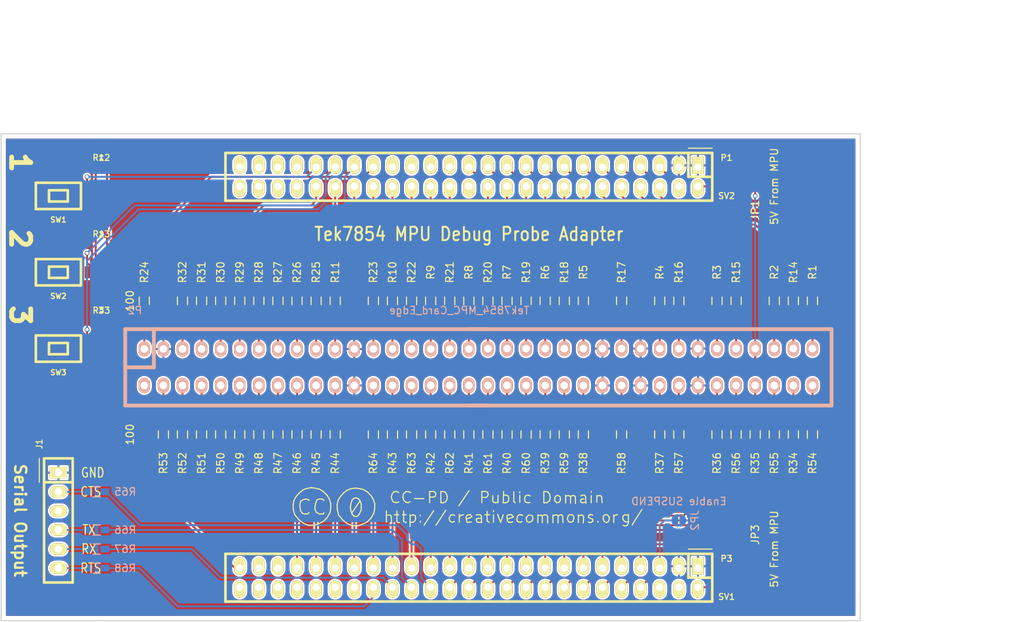
<source format=kicad_pcb>
(kicad_pcb (version 4) (host pcbnew 4.0.1-stable)
  (layers (0 F.Cu signal) (31 B.Cu signal) (34 B.Paste user) (35 F.Paste user) (36 B.SilkS user) (37 F.SilkS user) (38 B.Mask user) (39 F.Mask user) (44 Edge.Cuts user))
  (net 0 "")
  (net 1 GND)
  (net 2 /FPGA_CTS#)
  (net 3 "Net-(J1-Pad3)")
  (net 4 /FPGA_RXD)
  (net 5 /FPGA_TXD)
  (net 6 /FPGA_RTS#)
  (net 7 V+)
  (net 8 +5)
  (net 9 "Net-(JP2-Pad2)")
  (net 10 "Net-(P1-Pad27)")
  (net 11 "Net-(P1-Pad29)")
  (net 12 "Net-(P1-Pad31)")
  (net 13 "Net-(P1-Pad33)")
  (net 14 "Net-(P1-Pad43)")
  (net 15 "Net-(P1-Pad45)")
  (net 16 "Net-(P1-Pad47)")
  (net 17 "Net-(P1-Pad4)")
  (net 18 /L31N_2)
  (net 19 /L64N_2)
  (net 20 /L1N_3)
  (net 21 /L2N_3)
  (net 22 /L36N_3)
  (net 23 /L37N_3)
  (net 24 /L41N_3)
  (net 25 /L42N_3)
  (net 26 /L43N_3)
  (net 27 /L44N_3)
  (net 28 /L49N_3)
  (net 29 /L50N_3)
  (net 30 /L51N_3)
  (net 31 /L52N_3)
  (net 32 /L83N_3)
  (net 33 /L1N_0)
  (net 34 /L2N_0)
  (net 35 /L3N_0)
  (net 36 /L4N_0)
  (net 37 "Net-(P1-Pad44)")
  (net 38 "Net-(P1-Pad46)")
  (net 39 "Net-(P1-Pad48)")
  (net 40 "Net-(P1-Pad49)")
  (net 41 "Net-(P1-Pad50)")
  (net 42 /PIN1)
  (net 43 /L62N_0)
  (net 44 /TSTPUP)
  (net 45 /D14)
  (net 46 /D15)
  (net 47 /D12)
  (net 48 /D13)
  (net 49 /D10)
  (net 50 /D11)
  (net 51 /D8)
  (net 52 /D9)
  (net 53 /D6)
  (net 54 /D7)
  (net 55 /D4)
  (net 56 /D5)
  (net 57 /D2)
  (net 58 /D3)
  (net 59 /D0)
  (net 60 /D1)
  (net 61 /A14)
  (net 62 /A15)
  (net 63 /A12)
  (net 64 /A13)
  (net 65 /A10)
  (net 66 /A11)
  (net 67 /A8)
  (net 68 /A9)
  (net 69 /A6)
  (net 70 /A7)
  (net 71 /A4)
  (net 72 /A5)
  (net 73 /PIN35)
  (net 74 /PIN36)
  (net 75 /Pin37)
  (net 76 /PIN38)
  (net 77 /A2)
  (net 78 /A3)
  (net 79 /RESET)
  (net 80 /A1)
  (net 81 /TSTRDY)
  (net 82 /HOLDA)
  (net 83 /WAIT)
  (net 84 /MEM)
  (net 85 /CRUCLK)
  (net 86 /IAQ)
  (net 87 /3MHZ_Phase4)
  (net 88 /WE)
  (net 89 /R/W)
  (net 90 /PIN56)
  (net 91 /PIN57)
  (net 92 /PIN58)
  (net 93 /IC2)
  (net 94 /IC3)
  (net 95 /IC0)
  (net 96 /IC1)
  (net 97 /TST_HOLD)
  (net 98 /RSTCIB)
  (net 99 /PIN68)
  (net 100 /LOAD)
  (net 101 /PIN70)
  (net 102 /3MHZ_Phase2)
  (net 103 /CRUOUT)
  (net 104 /L14P_2)
  (net 105 /L2P_2)
  (net 106 /L74P_1)
  (net 107 /L47P_1)
  (net 108 /L46P_1)
  (net 109 /L45P_1)
  (net 110 /L43P_1)
  (net 111 /L42P_1)
  (net 112 /L41P_1)
  (net 113 /L40P_1)
  (net 114 /L34P_1)
  (net 115 /L33P_1)
  (net 116 /L32P_1)
  (net 117 /L1P_1)
  (net 118 /L66P_0)
  (net 119 /L65P_0)
  (net 120 /L64P_0)
  (net 121 /L63P_0)
  (net 122 /L62P_0)
  (net 123 "Net-(P3-Pad45)")
  (net 124 "Net-(P3-Pad47)")
  (net 125 "Net-(P3-Pad4)")
  (net 126 "Net-(P3-Pad6)")
  (net 127 /L14N_2)
  (net 128 /L2N_2)
  (net 129 /L74N_0)
  (net 130 /L47N_0)
  (net 131 /L46N_1)
  (net 132 /L45N_1)
  (net 133 /L43N_1)
  (net 134 /L42N_1)
  (net 135 /L41N_1)
  (net 136 /L40N_1)
  (net 137 /L34N_1)
  (net 138 /L33N_1)
  (net 139 /L32N_1)
  (net 140 /L1N_1)
  (net 141 /L66N_0)
  (net 142 /BUTTON_1)
  (net 143 /BUTTON_2)
  (net 144 /BUTTON_3)
  (net 145 "Net-(P3-Pad46)")
  (net 146 "Net-(P3-Pad48)")
  (net 147 /L65N_2)
  (net 148 "Net-(P3-Pad50)")
  (net 149 "Net-(P3-Pad38)")
  (net 150 "Net-(P3-Pad40)")
  (net 151 "Net-(P3-Pad42)")
  (net 152 /L31P_2)
  (net 153 /L64P_2)
  (net 154 /L1P_3)
  (net 155 /L2P_3)
  (net 156 /L36P_3)
  (net 157 /L37P_3)
  (net 158 /L41P_3)
  (net 159 /L42P_3)
  (net 160 /L43P_3)
  (net 161 /L44P_3)
  (net 162 /L49P_3)
  (net 163 "Net-(P1-Pad26)")
  (module conn-100mil:CONN-100MIL-M-2x25 (layer F.Cu) (at 152.4 68.58 180)
    (fp_text reference P1 (at -33.02 2.54 180) (layer F.SilkS) (effects (font (size 0.8 0.8))))
    (fp_text value SV2 (at -33.02 -2.54 180) (layer F.SilkS) (effects (font (size 0.8 0.8))))
    (pad 1 thru_hole rect (at -29.21 1.27 180) (size 1.524 2.286) (drill 1 (offset 0 0.254)) (layers *.Cu *.Mask F.SilkS) (net 1 GND))
    (pad 3 thru_hole oval (at -26.67 1.27 180) (size 1.524 2.286) (drill 1 (offset 0 0.254)) (layers *.Cu *.Mask F.SilkS) (net 1 GND))
    (pad 5 thru_hole oval (at -24.13 1.27 180) (size 1.524 2.286) (drill 1 (offset 0 0.254)) (layers *.Cu *.Mask F.SilkS) (net 152 /L31P_2))
    (pad 7 thru_hole oval (at -21.59 1.27 180) (size 1.524 2.286) (drill 1 (offset 0 0.254)) (layers *.Cu *.Mask F.SilkS) (net 153 /L64P_2))
    (pad 9 thru_hole oval (at -19.05 1.27 180) (size 1.524 2.286) (drill 1 (offset 0 0.254)) (layers *.Cu *.Mask F.SilkS) (net 154 /L1P_3))
    (pad 11 thru_hole oval (at -16.51 1.27 180) (size 1.524 2.286) (drill 1 (offset 0 0.254)) (layers *.Cu *.Mask F.SilkS) (net 155 /L2P_3))
    (pad 13 thru_hole oval (at -13.97 1.27 180) (size 1.524 2.286) (drill 1 (offset 0 0.254)) (layers *.Cu *.Mask F.SilkS) (net 156 /L36P_3))
    (pad 15 thru_hole oval (at -11.43 1.27 180) (size 1.524 2.286) (drill 1 (offset 0 0.254)) (layers *.Cu *.Mask F.SilkS) (net 157 /L37P_3))
    (pad 17 thru_hole oval (at -8.89 1.27 180) (size 1.524 2.286) (drill 1 (offset 0 0.254)) (layers *.Cu *.Mask F.SilkS) (net 158 /L41P_3))
    (pad 19 thru_hole oval (at -6.35 1.27 180) (size 1.524 2.286) (drill 1 (offset 0 0.254)) (layers *.Cu *.Mask F.SilkS) (net 159 /L42P_3))
    (pad 21 thru_hole oval (at -3.81 1.27 180) (size 1.524 2.286) (drill 1 (offset 0 0.254)) (layers *.Cu *.Mask F.SilkS) (net 160 /L43P_3))
    (pad 23 thru_hole oval (at -1.27 1.27 180) (size 1.524 2.286) (drill 1 (offset 0 0.254)) (layers *.Cu *.Mask F.SilkS) (net 161 /L44P_3))
    (pad 25 thru_hole oval (at 1.27 1.27 180) (size 1.524 2.286) (drill 1 (offset 0 0.254)) (layers *.Cu *.Mask F.SilkS) (net 162 /L49P_3))
    (pad 27 thru_hole oval (at 3.81 1.27 180) (size 1.524 2.286) (drill 1 (offset 0 0.254)) (layers *.Cu *.Mask F.SilkS) (net 10 "Net-(P1-Pad27)"))
    (pad 29 thru_hole oval (at 6.35 1.27 180) (size 1.524 2.286) (drill 1 (offset 0 0.254)) (layers *.Cu *.Mask F.SilkS) (net 11 "Net-(P1-Pad29)"))
    (pad 31 thru_hole oval (at 8.89 1.27 180) (size 1.524 2.286) (drill 1 (offset 0 0.254)) (layers *.Cu *.Mask F.SilkS) (net 12 "Net-(P1-Pad31)"))
    (pad 33 thru_hole oval (at 11.43 1.27 180) (size 1.524 2.286) (drill 1 (offset 0 0.254)) (layers *.Cu *.Mask F.SilkS) (net 13 "Net-(P1-Pad33)"))
    (pad 35 thru_hole oval (at 13.97 1.27 180) (size 1.524 2.286) (drill 1 (offset 0 0.254)) (layers *.Cu *.Mask F.SilkS) (net 28 /L49N_3))
    (pad 37 thru_hole oval (at 16.51 1.27 180) (size 1.524 2.286) (drill 1 (offset 0 0.254)) (layers *.Cu *.Mask F.SilkS) (net 144 /BUTTON_3))
    (pad 39 thru_hole oval (at 19.05 1.27 180) (size 1.524 2.286) (drill 1 (offset 0 0.254)) (layers *.Cu *.Mask F.SilkS) (net 143 /BUTTON_2))
    (pad 41 thru_hole oval (at 21.59 1.27 180) (size 1.524 2.286) (drill 1 (offset 0 0.254)) (layers *.Cu *.Mask F.SilkS) (net 142 /BUTTON_1))
    (pad 43 thru_hole oval (at 24.13 1.27 180) (size 1.524 2.286) (drill 1 (offset 0 0.254)) (layers *.Cu *.Mask F.SilkS) (net 14 "Net-(P1-Pad43)"))
    (pad 45 thru_hole oval (at 26.67 1.27 180) (size 1.524 2.286) (drill 1 (offset 0 0.254)) (layers *.Cu *.Mask F.SilkS) (net 15 "Net-(P1-Pad45)"))
    (pad 47 thru_hole oval (at 29.21 1.27 180) (size 1.524 2.286) (drill 1 (offset 0 0.254)) (layers *.Cu *.Mask F.SilkS) (net 16 "Net-(P1-Pad47)"))
    (pad 2 thru_hole oval (at -29.21 -1.27 180) (size 1.524 2.286) (drill 1 (offset 0 -0.254)) (layers *.Cu *.Mask F.SilkS) (net 7 V+))
    (pad 4 thru_hole oval (at -26.67 -1.27 180) (size 1.524 2.286) (drill 1 (offset 0 -0.254)) (layers *.Cu *.Mask F.SilkS) (net 17 "Net-(P1-Pad4)"))
    (pad 6 thru_hole oval (at -24.13 -1.27 180) (size 1.524 2.286) (drill 1 (offset 0 -0.254)) (layers *.Cu *.Mask F.SilkS) (net 18 /L31N_2))
    (pad 8 thru_hole oval (at -21.59 -1.27 180) (size 1.524 2.286) (drill 1 (offset 0 -0.254)) (layers *.Cu *.Mask F.SilkS) (net 19 /L64N_2))
    (pad 10 thru_hole oval (at -19.05 -1.27 180) (size 1.524 2.286) (drill 1 (offset 0 -0.254)) (layers *.Cu *.Mask F.SilkS) (net 20 /L1N_3))
    (pad 12 thru_hole oval (at -16.51 -1.27 180) (size 1.524 2.286) (drill 1 (offset 0 -0.254)) (layers *.Cu *.Mask F.SilkS) (net 21 /L2N_3))
    (pad 14 thru_hole oval (at -13.97 -1.27 180) (size 1.524 2.286) (drill 1 (offset 0 -0.254)) (layers *.Cu *.Mask F.SilkS) (net 22 /L36N_3))
    (pad 16 thru_hole oval (at -11.43 -1.27 180) (size 1.524 2.286) (drill 1 (offset 0 -0.254)) (layers *.Cu *.Mask F.SilkS) (net 23 /L37N_3))
    (pad 18 thru_hole oval (at -8.89 -1.27 180) (size 1.524 2.286) (drill 1 (offset 0 -0.254)) (layers *.Cu *.Mask F.SilkS) (net 24 /L41N_3))
    (pad 20 thru_hole oval (at -6.35 -1.27 180) (size 1.524 2.286) (drill 1 (offset 0 -0.254)) (layers *.Cu *.Mask F.SilkS) (net 25 /L42N_3))
    (pad 22 thru_hole oval (at -3.81 -1.27 180) (size 1.524 2.286) (drill 1 (offset 0 -0.254)) (layers *.Cu *.Mask F.SilkS) (net 26 /L43N_3))
    (pad 24 thru_hole oval (at -1.27 -1.27 180) (size 1.524 2.286) (drill 1 (offset 0 -0.254)) (layers *.Cu *.Mask F.SilkS) (net 27 /L44N_3))
    (pad 26 thru_hole oval (at 1.27 -1.27 180) (size 1.524 2.286) (drill 1 (offset 0 -0.254)) (layers *.Cu *.Mask F.SilkS) (net 163 "Net-(P1-Pad26)"))
    (pad 28 thru_hole oval (at 3.81 -1.27 180) (size 1.524 2.286) (drill 1 (offset 0 -0.254)) (layers *.Cu *.Mask F.SilkS) (net 29 /L50N_3))
    (pad 30 thru_hole oval (at 6.35 -1.27 180) (size 1.524 2.286) (drill 1 (offset 0 -0.254)) (layers *.Cu *.Mask F.SilkS) (net 30 /L51N_3))
    (pad 32 thru_hole oval (at 8.89 -1.27 180) (size 1.524 2.286) (drill 1 (offset 0 -0.254)) (layers *.Cu *.Mask F.SilkS) (net 31 /L52N_3))
    (pad 34 thru_hole oval (at 11.43 -1.27 180) (size 1.524 2.286) (drill 1 (offset 0 -0.254)) (layers *.Cu *.Mask F.SilkS) (net 32 /L83N_3))
    (pad 36 thru_hole oval (at 13.97 -1.27 180) (size 1.524 2.286) (drill 1 (offset 0 -0.254)) (layers *.Cu *.Mask F.SilkS) (net 33 /L1N_0))
    (pad 38 thru_hole oval (at 16.51 -1.27 180) (size 1.524 2.286) (drill 1 (offset 0 -0.254)) (layers *.Cu *.Mask F.SilkS) (net 34 /L2N_0))
    (pad 40 thru_hole oval (at 19.05 -1.27 180) (size 1.524 2.286) (drill 1 (offset 0 -0.254)) (layers *.Cu *.Mask F.SilkS) (net 35 /L3N_0))
    (pad 42 thru_hole oval (at 21.59 -1.27 180) (size 1.524 2.286) (drill 1 (offset 0 -0.254)) (layers *.Cu *.Mask F.SilkS) (net 36 /L4N_0))
    (pad 44 thru_hole oval (at 24.13 -1.27 180) (size 1.524 2.286) (drill 1 (offset 0 -0.254)) (layers *.Cu *.Mask F.SilkS) (net 37 "Net-(P1-Pad44)"))
    (pad 46 thru_hole oval (at 26.67 -1.27 180) (size 1.524 2.286) (drill 1 (offset 0 -0.254)) (layers *.Cu *.Mask F.SilkS) (net 38 "Net-(P1-Pad46)"))
    (pad 48 thru_hole oval (at 29.21 -1.27 180) (size 1.524 2.286) (drill 1 (offset 0 -0.254)) (layers *.Cu *.Mask F.SilkS) (net 39 "Net-(P1-Pad48)"))
    (pad 49 thru_hole oval (at 31.75 1.27 180) (size 1.524 2.286) (drill 1 (offset 0 0.254)) (layers *.Cu *.Mask F.SilkS) (net 40 "Net-(P1-Pad49)"))
    (pad 50 thru_hole oval (at 31.75 -1.27 180) (size 1.524 2.286) (drill 1 (offset 0 -0.254)) (layers *.Cu *.Mask F.SilkS) (net 41 "Net-(P1-Pad50)"))
  )
  (module conn-100mil:CONN-100MIL-M-2x25 (layer F.Cu) (at 152.4 121.92 180)
    (fp_text reference P3 (at -33.02 2.54 180) (layer F.SilkS) (effects (font (size 0.8 0.8))))
    (fp_text value SV1 (at -33.02 -2.54 180) (layer F.SilkS) (effects (font (size 0.8 0.8))))
    (pad 1 thru_hole rect (at -29.21 1.27 180) (size 1.524 2.286) (drill 1 (offset 0 0.254)) (layers *.Cu *.Mask F.SilkS) (net 1 GND))
    (pad 3 thru_hole oval (at -26.67 1.27 180) (size 1.524 2.286) (drill 1 (offset 0 0.254)) (layers *.Cu *.Mask F.SilkS) (net 1 GND))
    (pad 5 thru_hole oval (at -24.13 1.27 180) (size 1.524 2.286) (drill 1 (offset 0 0.254)) (layers *.Cu *.Mask F.SilkS) (net 9 "Net-(JP2-Pad2)"))
    (pad 7 thru_hole oval (at -21.59 1.27 180) (size 1.524 2.286) (drill 1 (offset 0 0.254)) (layers *.Cu *.Mask F.SilkS) (net 104 /L14P_2))
    (pad 9 thru_hole oval (at -19.05 1.27 180) (size 1.524 2.286) (drill 1 (offset 0 0.254)) (layers *.Cu *.Mask F.SilkS) (net 105 /L2P_2))
    (pad 11 thru_hole oval (at -16.51 1.27 180) (size 1.524 2.286) (drill 1 (offset 0 0.254)) (layers *.Cu *.Mask F.SilkS) (net 106 /L74P_1))
    (pad 13 thru_hole oval (at -13.97 1.27 180) (size 1.524 2.286) (drill 1 (offset 0 0.254)) (layers *.Cu *.Mask F.SilkS) (net 107 /L47P_1))
    (pad 15 thru_hole oval (at -11.43 1.27 180) (size 1.524 2.286) (drill 1 (offset 0 0.254)) (layers *.Cu *.Mask F.SilkS) (net 108 /L46P_1))
    (pad 17 thru_hole oval (at -8.89 1.27 180) (size 1.524 2.286) (drill 1 (offset 0 0.254)) (layers *.Cu *.Mask F.SilkS) (net 109 /L45P_1))
    (pad 19 thru_hole oval (at -6.35 1.27 180) (size 1.524 2.286) (drill 1 (offset 0 0.254)) (layers *.Cu *.Mask F.SilkS) (net 110 /L43P_1))
    (pad 21 thru_hole oval (at -3.81 1.27 180) (size 1.524 2.286) (drill 1 (offset 0 0.254)) (layers *.Cu *.Mask F.SilkS) (net 111 /L42P_1))
    (pad 23 thru_hole oval (at -1.27 1.27 180) (size 1.524 2.286) (drill 1 (offset 0 0.254)) (layers *.Cu *.Mask F.SilkS) (net 112 /L41P_1))
    (pad 25 thru_hole oval (at 1.27 1.27 180) (size 1.524 2.286) (drill 1 (offset 0 0.254)) (layers *.Cu *.Mask F.SilkS) (net 113 /L40P_1))
    (pad 27 thru_hole oval (at 3.81 1.27 180) (size 1.524 2.286) (drill 1 (offset 0 0.254)) (layers *.Cu *.Mask F.SilkS) (net 114 /L34P_1))
    (pad 29 thru_hole oval (at 6.35 1.27 180) (size 1.524 2.286) (drill 1 (offset 0 0.254)) (layers *.Cu *.Mask F.SilkS) (net 115 /L33P_1))
    (pad 31 thru_hole oval (at 8.89 1.27 180) (size 1.524 2.286) (drill 1 (offset 0 0.254)) (layers *.Cu *.Mask F.SilkS) (net 116 /L32P_1))
    (pad 33 thru_hole oval (at 11.43 1.27 180) (size 1.524 2.286) (drill 1 (offset 0 0.254)) (layers *.Cu *.Mask F.SilkS) (net 117 /L1P_1))
    (pad 35 thru_hole oval (at 13.97 1.27 180) (size 1.524 2.286) (drill 1 (offset 0 0.254)) (layers *.Cu *.Mask F.SilkS) (net 118 /L66P_0))
    (pad 37 thru_hole oval (at 16.51 1.27 180) (size 1.524 2.286) (drill 1 (offset 0 0.254)) (layers *.Cu *.Mask F.SilkS) (net 119 /L65P_0))
    (pad 39 thru_hole oval (at 19.05 1.27 180) (size 1.524 2.286) (drill 1 (offset 0 0.254)) (layers *.Cu *.Mask F.SilkS) (net 120 /L64P_0))
    (pad 41 thru_hole oval (at 21.59 1.27 180) (size 1.524 2.286) (drill 1 (offset 0 0.254)) (layers *.Cu *.Mask F.SilkS) (net 121 /L63P_0))
    (pad 43 thru_hole oval (at 24.13 1.27 180) (size 1.524 2.286) (drill 1 (offset 0 0.254)) (layers *.Cu *.Mask F.SilkS) (net 122 /L62P_0))
    (pad 45 thru_hole oval (at 26.67 1.27 180) (size 1.524 2.286) (drill 1 (offset 0 0.254)) (layers *.Cu *.Mask F.SilkS) (net 123 "Net-(P3-Pad45)"))
    (pad 47 thru_hole oval (at 29.21 1.27 180) (size 1.524 2.286) (drill 1 (offset 0 0.254)) (layers *.Cu *.Mask F.SilkS) (net 124 "Net-(P3-Pad47)"))
    (pad 2 thru_hole oval (at -29.21 -1.27 180) (size 1.524 2.286) (drill 1 (offset 0 -0.254)) (layers *.Cu *.Mask F.SilkS) (net 7 V+))
    (pad 4 thru_hole oval (at -26.67 -1.27 180) (size 1.524 2.286) (drill 1 (offset 0 -0.254)) (layers *.Cu *.Mask F.SilkS) (net 125 "Net-(P3-Pad4)"))
    (pad 6 thru_hole oval (at -24.13 -1.27 180) (size 1.524 2.286) (drill 1 (offset 0 -0.254)) (layers *.Cu *.Mask F.SilkS) (net 126 "Net-(P3-Pad6)"))
    (pad 8 thru_hole oval (at -21.59 -1.27 180) (size 1.524 2.286) (drill 1 (offset 0 -0.254)) (layers *.Cu *.Mask F.SilkS) (net 127 /L14N_2))
    (pad 10 thru_hole oval (at -19.05 -1.27 180) (size 1.524 2.286) (drill 1 (offset 0 -0.254)) (layers *.Cu *.Mask F.SilkS) (net 128 /L2N_2))
    (pad 12 thru_hole oval (at -16.51 -1.27 180) (size 1.524 2.286) (drill 1 (offset 0 -0.254)) (layers *.Cu *.Mask F.SilkS) (net 129 /L74N_0))
    (pad 14 thru_hole oval (at -13.97 -1.27 180) (size 1.524 2.286) (drill 1 (offset 0 -0.254)) (layers *.Cu *.Mask F.SilkS) (net 130 /L47N_0))
    (pad 16 thru_hole oval (at -11.43 -1.27 180) (size 1.524 2.286) (drill 1 (offset 0 -0.254)) (layers *.Cu *.Mask F.SilkS) (net 131 /L46N_1))
    (pad 18 thru_hole oval (at -8.89 -1.27 180) (size 1.524 2.286) (drill 1 (offset 0 -0.254)) (layers *.Cu *.Mask F.SilkS) (net 132 /L45N_1))
    (pad 20 thru_hole oval (at -6.35 -1.27 180) (size 1.524 2.286) (drill 1 (offset 0 -0.254)) (layers *.Cu *.Mask F.SilkS) (net 133 /L43N_1))
    (pad 22 thru_hole oval (at -3.81 -1.27 180) (size 1.524 2.286) (drill 1 (offset 0 -0.254)) (layers *.Cu *.Mask F.SilkS) (net 134 /L42N_1))
    (pad 24 thru_hole oval (at -1.27 -1.27 180) (size 1.524 2.286) (drill 1 (offset 0 -0.254)) (layers *.Cu *.Mask F.SilkS) (net 135 /L41N_1))
    (pad 26 thru_hole oval (at 1.27 -1.27 180) (size 1.524 2.286) (drill 1 (offset 0 -0.254)) (layers *.Cu *.Mask F.SilkS) (net 136 /L40N_1))
    (pad 28 thru_hole oval (at 3.81 -1.27 180) (size 1.524 2.286) (drill 1 (offset 0 -0.254)) (layers *.Cu *.Mask F.SilkS) (net 137 /L34N_1))
    (pad 30 thru_hole oval (at 6.35 -1.27 180) (size 1.524 2.286) (drill 1 (offset 0 -0.254)) (layers *.Cu *.Mask F.SilkS) (net 138 /L33N_1))
    (pad 32 thru_hole oval (at 8.89 -1.27 180) (size 1.524 2.286) (drill 1 (offset 0 -0.254)) (layers *.Cu *.Mask F.SilkS) (net 139 /L32N_1))
    (pad 34 thru_hole oval (at 11.43 -1.27 180) (size 1.524 2.286) (drill 1 (offset 0 -0.254)) (layers *.Cu *.Mask F.SilkS) (net 140 /L1N_1))
    (pad 36 thru_hole oval (at 13.97 -1.27 180) (size 1.524 2.286) (drill 1 (offset 0 -0.254)) (layers *.Cu *.Mask F.SilkS) (net 141 /L66N_0))
    (pad 38 thru_hole oval (at 16.51 -1.27 180) (size 1.524 2.286) (drill 1 (offset 0 -0.254)) (layers *.Cu *.Mask F.SilkS) (net 149 "Net-(P3-Pad38)"))
    (pad 40 thru_hole oval (at 19.05 -1.27 180) (size 1.524 2.286) (drill 1 (offset 0 -0.254)) (layers *.Cu *.Mask F.SilkS) (net 150 "Net-(P3-Pad40)"))
    (pad 42 thru_hole oval (at 21.59 -1.27 180) (size 1.524 2.286) (drill 1 (offset 0 -0.254)) (layers *.Cu *.Mask F.SilkS) (net 151 "Net-(P3-Pad42)"))
    (pad 44 thru_hole oval (at 24.13 -1.27 180) (size 1.524 2.286) (drill 1 (offset 0 -0.254)) (layers *.Cu *.Mask F.SilkS) (net 43 /L62N_0))
    (pad 46 thru_hole oval (at 26.67 -1.27 180) (size 1.524 2.286) (drill 1 (offset 0 -0.254)) (layers *.Cu *.Mask F.SilkS) (net 145 "Net-(P3-Pad46)"))
    (pad 48 thru_hole oval (at 29.21 -1.27 180) (size 1.524 2.286) (drill 1 (offset 0 -0.254)) (layers *.Cu *.Mask F.SilkS) (net 146 "Net-(P3-Pad48)"))
    (pad 49 thru_hole oval (at 31.75 1.27 180) (size 1.524 2.286) (drill 1 (offset 0 0.254)) (layers *.Cu *.Mask F.SilkS) (net 147 /L65N_2))
    (pad 50 thru_hole oval (at 31.75 -1.27 180) (size 1.524 2.286) (drill 1 (offset 0 -0.254)) (layers *.Cu *.Mask F.SilkS) (net 148 "Net-(P3-Pad50)"))
  )
  (module conn-100mil:CONN-100MIL-M-1x6 (layer F.Cu) (at 96.52 114.3 270)
    (fp_text reference J1 (at -10.16 2.54 270) (layer F.SilkS) (effects (font (size 0.8 0.8))))
    (fp_text value "TTL SERIAL DATA" hide)
    (pad 1 thru_hole rect (at -6.35 0 270) (size 1.524 2.286) (drill 1) (layers *.Cu *.Mask F.SilkS) (net 1 GND))
    (pad 2 thru_hole oval (at -3.81 0 270) (size 1.524 2.286) (drill 1) (layers *.Cu *.Mask F.SilkS) (net 6 /FPGA_RTS#))
    (pad 3 thru_hole oval (at -1.27 0 270) (size 1.524 2.286) (drill 1) (layers *.Cu *.Mask F.SilkS) (net 3 "Net-(J1-Pad3)"))
    (pad 4 thru_hole oval (at 1.27 0 270) (size 1.524 2.286) (drill 1) (layers *.Cu *.Mask F.SilkS) (net 4 /FPGA_RXD))
    (pad 5 thru_hole oval (at 3.81 0 270) (size 1.524 2.286) (drill 1) (layers *.Cu *.Mask F.SilkS) (net 5 /FPGA_TXD))
    (pad 6 thru_hole oval (at 6.35 0 270) (size 1.524 2.286) (drill 1) (layers *.Cu *.Mask F.SilkS) (net 2 /FPGA_CTS#))
  )
  (module conn-te:CONN-TE-5530843-8-F-2x36 (layer B.Cu) (at 152.4 93.98)
    (fp_text reference P2 (at -45.72 -7.62) (layer B.SilkS) (effects (justify mirror)))
    (fp_text value Tek7854_MPC_Card_Edge (at -2.54 -7.62) (layer B.SilkS) (effects (justify mirror)))
    (pad 1 thru_hole oval (at -44.45 -2.4892) (size 1.524 2.032) (drill 1.016) (layers *.Cu *.Mask B.SilkS) (net 42 /PIN1))
    (pad 2 thru_hole oval (at -44.45 2.3622) (size 1.524 2.032) (drill 1.016) (layers *.Cu *.Mask B.SilkS) (net 43 /L62N_0))
    (pad 3 thru_hole oval (at -41.91 -2.4892) (size 1.524 2.032) (drill 1.016) (layers *.Cu *.Mask B.SilkS) (net 1 GND))
    (pad 4 thru_hole oval (at -41.91 2.3622) (size 1.524 2.032) (drill 1.016) (layers *.Cu *.Mask B.SilkS) (net 44 /TSTPUP))
    (pad 5 thru_hole oval (at -39.37 -2.4892) (size 1.524 2.032) (drill 1.016) (layers *.Cu *.Mask B.SilkS) (net 45 /D14))
    (pad 6 thru_hole oval (at -39.37 2.3622) (size 1.524 2.032) (drill 1.016) (layers *.Cu *.Mask B.SilkS) (net 46 /D15))
    (pad 7 thru_hole oval (at -36.83 -2.4892) (size 1.524 2.032) (drill 1.016) (layers *.Cu *.Mask B.SilkS) (net 47 /D12))
    (pad 8 thru_hole oval (at -36.83 2.3622) (size 1.524 2.032) (drill 1.016) (layers *.Cu *.Mask B.SilkS) (net 48 /D13))
    (pad 9 thru_hole oval (at -34.29 -2.4892) (size 1.524 2.032) (drill 1.016) (layers *.Cu *.Mask B.SilkS) (net 49 /D10))
    (pad 10 thru_hole oval (at -34.29 2.3622) (size 1.524 2.032) (drill 1.016) (layers *.Cu *.Mask B.SilkS) (net 50 /D11))
    (pad 11 thru_hole oval (at -31.75 -2.4892) (size 1.524 2.032) (drill 1.016) (layers *.Cu *.Mask B.SilkS) (net 51 /D8))
    (pad 12 thru_hole oval (at -31.75 2.3622) (size 1.524 2.032) (drill 1.016) (layers *.Cu *.Mask B.SilkS) (net 52 /D9))
    (pad 13 thru_hole oval (at -29.21 -2.4892) (size 1.524 2.032) (drill 1.016) (layers *.Cu *.Mask B.SilkS) (net 53 /D6))
    (pad 14 thru_hole oval (at -29.21 2.3622) (size 1.524 2.032) (drill 1.016) (layers *.Cu *.Mask B.SilkS) (net 54 /D7))
    (pad 15 thru_hole oval (at -26.67 -2.4892) (size 1.524 2.032) (drill 1.016) (layers *.Cu *.Mask B.SilkS) (net 55 /D4))
    (pad 16 thru_hole oval (at -26.67 2.3622) (size 1.524 2.032) (drill 1.016) (layers *.Cu *.Mask B.SilkS) (net 56 /D5))
    (pad 17 thru_hole oval (at -24.13 -2.4892) (size 1.524 2.032) (drill 1.016) (layers *.Cu *.Mask B.SilkS) (net 57 /D2))
    (pad 18 thru_hole oval (at -24.13 2.3622) (size 1.524 2.032) (drill 1.016) (layers *.Cu *.Mask B.SilkS) (net 58 /D3))
    (pad 19 thru_hole oval (at -21.59 -2.4892) (size 1.524 2.032) (drill 1.016) (layers *.Cu *.Mask B.SilkS) (net 59 /D0))
    (pad 20 thru_hole oval (at -21.59 2.3622) (size 1.524 2.032) (drill 1.016) (layers *.Cu *.Mask B.SilkS) (net 60 /D1))
    (pad 21 thru_hole oval (at -19.05 -2.4892) (size 1.524 2.032) (drill 1.016) (layers *.Cu *.Mask B.SilkS) (net 61 /A14))
    (pad 22 thru_hole oval (at -19.05 2.3622) (size 1.524 2.032) (drill 1.016) (layers *.Cu *.Mask B.SilkS) (net 62 /A15))
    (pad 23 thru_hole oval (at -16.51 -2.4892) (size 1.524 2.032) (drill 1.016) (layers *.Cu *.Mask B.SilkS) (net 1 GND))
    (pad 24 thru_hole oval (at -16.51 2.3622) (size 1.524 2.032) (drill 1.016) (layers *.Cu *.Mask B.SilkS) (net 1 GND))
    (pad 25 thru_hole oval (at -13.97 -2.4892) (size 1.524 2.032) (drill 1.016) (layers *.Cu *.Mask B.SilkS) (net 63 /A12))
    (pad 26 thru_hole oval (at -13.97 2.3622) (size 1.524 2.032) (drill 1.016) (layers *.Cu *.Mask B.SilkS) (net 64 /A13))
    (pad 27 thru_hole oval (at -11.43 -2.4892) (size 1.524 2.032) (drill 1.016) (layers *.Cu *.Mask B.SilkS) (net 65 /A10))
    (pad 28 thru_hole oval (at -11.43 2.3622) (size 1.524 2.032) (drill 1.016) (layers *.Cu *.Mask B.SilkS) (net 66 /A11))
    (pad 29 thru_hole oval (at -8.89 -2.4892) (size 1.524 2.032) (drill 1.016) (layers *.Cu *.Mask B.SilkS) (net 67 /A8))
    (pad 30 thru_hole oval (at -8.89 2.3622) (size 1.524 2.032) (drill 1.016) (layers *.Cu *.Mask B.SilkS) (net 68 /A9))
    (pad 31 thru_hole oval (at -6.35 -2.4892) (size 1.524 2.032) (drill 1.016) (layers *.Cu *.Mask B.SilkS) (net 69 /A6))
    (pad 32 thru_hole oval (at -6.35 2.3622) (size 1.524 2.032) (drill 1.016) (layers *.Cu *.Mask B.SilkS) (net 70 /A7))
    (pad 33 thru_hole oval (at -3.81 -2.4892) (size 1.524 2.032) (drill 1.016) (layers *.Cu *.Mask B.SilkS) (net 71 /A4))
    (pad 34 thru_hole oval (at -3.81 2.3622) (size 1.524 2.032) (drill 1.016) (layers *.Cu *.Mask B.SilkS) (net 72 /A5))
    (pad 35 thru_hole oval (at -1.27 -2.4892) (size 1.524 2.032) (drill 1.016) (layers *.Cu *.Mask B.SilkS) (net 73 /PIN35))
    (pad 36 thru_hole oval (at -1.27 2.3622) (size 1.524 2.032) (drill 1.016) (layers *.Cu *.Mask B.SilkS) (net 74 /PIN36))
    (pad 37 thru_hole oval (at 1.27 -2.54) (size 1.524 2.032) (drill 1.016) (layers *.Cu *.Mask B.SilkS) (net 75 /Pin37))
    (pad 38 thru_hole oval (at 1.27 2.3622) (size 1.524 2.032) (drill 1.016) (layers *.Cu *.Mask B.SilkS) (net 76 /PIN38))
    (pad 39 thru_hole oval (at 3.81 -2.54) (size 1.524 2.032) (drill 1.016) (layers *.Cu *.Mask B.SilkS) (net 77 /A2))
    (pad 40 thru_hole oval (at 3.81 2.3622) (size 1.524 2.032) (drill 1.016) (layers *.Cu *.Mask B.SilkS) (net 78 /A3))
    (pad 41 thru_hole oval (at 6.35 -2.54) (size 1.524 2.032) (drill 1.016) (layers *.Cu *.Mask B.SilkS) (net 79 /RESET))
    (pad 42 thru_hole oval (at 6.35 2.3622) (size 1.524 2.032) (drill 1.016) (layers *.Cu *.Mask B.SilkS) (net 80 /A1))
    (pad 43 thru_hole oval (at 8.89 -2.54) (size 1.524 2.032) (drill 1.016) (layers *.Cu *.Mask B.SilkS) (net 81 /TSTRDY))
    (pad 44 thru_hole oval (at 8.89 2.3622) (size 1.524 2.032) (drill 1.016) (layers *.Cu *.Mask B.SilkS) (net 82 /HOLDA))
    (pad 45 thru_hole oval (at 11.43 -2.54) (size 1.524 2.032) (drill 1.016) (layers *.Cu *.Mask B.SilkS) (net 83 /WAIT))
    (pad 46 thru_hole oval (at 11.43 2.3622) (size 1.524 2.032) (drill 1.016) (layers *.Cu *.Mask B.SilkS) (net 84 /MEM))
    (pad 47 thru_hole oval (at 13.97 -2.54) (size 1.524 2.032) (drill 1.016) (layers *.Cu *.Mask B.SilkS) (net 85 /CRUCLK))
    (pad 48 thru_hole oval (at 13.97 2.3622) (size 1.524 2.032) (drill 1.016) (layers *.Cu *.Mask B.SilkS) (net 86 /IAQ))
    (pad 49 thru_hole oval (at 16.51 -2.54) (size 1.524 2.032) (drill 1.016) (layers *.Cu *.Mask B.SilkS) (net 1 GND))
    (pad 50 thru_hole oval (at 16.51 2.3622) (size 1.524 2.032) (drill 1.016) (layers *.Cu *.Mask B.SilkS) (net 1 GND))
    (pad 51 thru_hole oval (at 19.05 -2.54) (size 1.524 2.032) (drill 1.016) (layers *.Cu *.Mask B.SilkS) (net 87 /3MHZ_Phase4))
    (pad 52 thru_hole oval (at 19.05 2.3622) (size 1.524 2.032) (drill 1.016) (layers *.Cu *.Mask B.SilkS) (net 88 /WE))
    (pad 53 thru_hole oval (at 21.59 -2.54) (size 1.524 2.032) (drill 1.016) (layers *.Cu *.Mask B.SilkS) (net 1 GND))
    (pad 54 thru_hole oval (at 21.59 2.3622) (size 1.524 2.032) (drill 1.016) (layers *.Cu *.Mask B.SilkS) (net 1 GND))
    (pad 55 thru_hole oval (at 24.13 -2.54) (size 1.524 2.032) (drill 1.016) (layers *.Cu *.Mask B.SilkS) (net 89 /R/W))
    (pad 56 thru_hole oval (at 24.13 2.3622) (size 1.524 2.032) (drill 1.016) (layers *.Cu *.Mask B.SilkS) (net 90 /PIN56))
    (pad 57 thru_hole oval (at 26.67 -2.54) (size 1.524 2.032) (drill 1.016) (layers *.Cu *.Mask B.SilkS) (net 91 /PIN57))
    (pad 58 thru_hole oval (at 26.67 2.3622) (size 1.524 2.032) (drill 1.016) (layers *.Cu *.Mask B.SilkS) (net 92 /PIN58))
    (pad 59 thru_hole oval (at 29.21 -2.54) (size 1.524 2.032) (drill 1.016) (layers *.Cu *.Mask B.SilkS) (net 1 GND))
    (pad 60 thru_hole oval (at 29.21 2.3622) (size 1.524 2.032) (drill 1.016) (layers *.Cu *.Mask B.SilkS) (net 1 GND))
    (pad 61 thru_hole oval (at 31.75 -2.54) (size 1.524 2.032) (drill 1.016) (layers *.Cu *.Mask B.SilkS) (net 93 /IC2))
    (pad 62 thru_hole oval (at 31.75 2.3622) (size 1.524 2.032) (drill 1.016) (layers *.Cu *.Mask B.SilkS) (net 94 /IC3))
    (pad 63 thru_hole oval (at 34.29 -2.54) (size 1.524 2.032) (drill 1.016) (layers *.Cu *.Mask B.SilkS) (net 95 /IC0))
    (pad 64 thru_hole oval (at 34.29 2.3622) (size 1.524 2.032) (drill 1.016) (layers *.Cu *.Mask B.SilkS) (net 96 /IC1))
    (pad 65 thru_hole oval (at 36.83 -2.54) (size 1.524 2.032) (drill 1.016) (layers *.Cu *.Mask B.SilkS) (net 8 +5))
    (pad 66 thru_hole oval (at 36.83 2.3622) (size 1.524 2.032) (drill 1.016) (layers *.Cu *.Mask B.SilkS) (net 97 /TST_HOLD))
    (pad 67 thru_hole oval (at 39.37 -2.54) (size 1.524 2.032) (drill 1.016) (layers *.Cu *.Mask B.SilkS) (net 98 /RSTCIB))
    (pad 68 thru_hole oval (at 39.37 2.3622) (size 1.524 2.032) (drill 1.016) (layers *.Cu *.Mask B.SilkS) (net 99 /PIN68))
    (pad 69 thru_hole oval (at 41.91 -2.54) (size 1.524 2.032) (drill 1.016) (layers *.Cu *.Mask B.SilkS) (net 100 /LOAD))
    (pad 70 thru_hole oval (at 41.91 2.3622) (size 1.524 2.032) (drill 1.016) (layers *.Cu *.Mask B.SilkS) (net 101 /PIN70))
    (pad 71 thru_hole oval (at 44.45 -2.54) (size 1.524 2.032) (drill 1.016) (layers *.Cu *.Mask B.SilkS) (net 102 /3MHZ_Phase2))
    (pad 72 thru_hole oval (at 44.45 2.3622) (size 1.524 2.032) (drill 1.016) (layers *.Cu *.Mask B.SilkS) (net 103 /CRUOUT))
  )
  (module Resistors_SMD:R_0603_HandSoldering (layer F.Cu) (at 196.85 85.09 270)
    (fp_text reference R1 (at -3.81 0 270) (layer F.SilkS))
    (fp_text value 100 hide)
    (pad 1 smd rect (at -1.1 0 270) (size 1.2 0.9) (layers F.Cu F.Paste F.Mask) (net 152 /L31P_2))
    (pad 2 smd rect (at 1.1 0 270) (size 1.2 0.9) (layers F.Cu F.Paste F.Mask) (net 102 /3MHZ_Phase2))
  )
  (module Resistors_SMD:R_0603_HandSoldering (layer F.Cu) (at 191.77 85.09 270)
    (fp_text reference R2 (at -3.81 0 270) (layer F.SilkS))
    (fp_text value 100 hide)
    (pad 1 smd rect (at -1.1 0 270) (size 1.2 0.9) (layers F.Cu F.Paste F.Mask) (net 153 /L64P_2))
    (pad 2 smd rect (at 1.1 0 270) (size 1.2 0.9) (layers F.Cu F.Paste F.Mask) (net 98 /RSTCIB))
  )
  (module Resistors_SMD:R_0603_HandSoldering (layer F.Cu) (at 184.15 85.09 270)
    (fp_text reference R3 (at -3.81 0 270) (layer F.SilkS))
    (fp_text value 100 hide)
    (pad 1 smd rect (at -1.1 0 270) (size 1.2 0.9) (layers F.Cu F.Paste F.Mask) (net 154 /L1P_3))
    (pad 2 smd rect (at 1.1 0 270) (size 1.2 0.9) (layers F.Cu F.Paste F.Mask) (net 93 /IC2))
  )
  (module Resistors_SMD:R_0603_HandSoldering (layer F.Cu) (at 176.53 85.09 270)
    (fp_text reference R4 (at -3.81 0 270) (layer F.SilkS))
    (fp_text value 100 hide)
    (pad 1 smd rect (at -1.1 0 270) (size 1.2 0.9) (layers F.Cu F.Paste F.Mask) (net 155 /L2P_3))
    (pad 2 smd rect (at 1.1 0 270) (size 1.2 0.9) (layers F.Cu F.Paste F.Mask) (net 89 /R/W))
  )
  (module Resistors_SMD:R_0603_HandSoldering (layer F.Cu) (at 166.37 85.09 270)
    (fp_text reference R5 (at -3.81 0 270) (layer F.SilkS))
    (fp_text value 100 hide)
    (pad 1 smd rect (at -1.1 0 270) (size 1.2 0.9) (layers F.Cu F.Paste F.Mask) (net 156 /L36P_3))
    (pad 2 smd rect (at 1.1 0 270) (size 1.2 0.9) (layers F.Cu F.Paste F.Mask) (net 85 /CRUCLK))
  )
  (module Resistors_SMD:R_0603_HandSoldering (layer F.Cu) (at 161.29 85.09 270)
    (fp_text reference R6 (at -3.81 0 270) (layer F.SilkS))
    (fp_text value 100 hide)
    (pad 1 smd rect (at -1.1 0 270) (size 1.2 0.9) (layers F.Cu F.Paste F.Mask) (net 157 /L37P_3))
    (pad 2 smd rect (at 1.1 0 270) (size 1.2 0.9) (layers F.Cu F.Paste F.Mask) (net 81 /TSTRDY))
  )
  (module Resistors_SMD:R_0603_HandSoldering (layer F.Cu) (at 156.21 85.09 270)
    (fp_text reference R7 (at -3.81 0 270) (layer F.SilkS))
    (fp_text value 100 hide)
    (pad 1 smd rect (at -1.1 0 270) (size 1.2 0.9) (layers F.Cu F.Paste F.Mask) (net 158 /L41P_3))
    (pad 2 smd rect (at 1.1 0 270) (size 1.2 0.9) (layers F.Cu F.Paste F.Mask) (net 77 /A2))
  )
  (module Resistors_SMD:R_0603_HandSoldering (layer F.Cu) (at 151.13 85.09 270)
    (fp_text reference R8 (at -3.81 0 270) (layer F.SilkS))
    (fp_text value 100 hide)
    (pad 1 smd rect (at -1.1 0 270) (size 1.2 0.9) (layers F.Cu F.Paste F.Mask) (net 159 /L42P_3))
    (pad 2 smd rect (at 1.1 0 270) (size 1.2 0.9) (layers F.Cu F.Paste F.Mask) (net 73 /PIN35))
  )
  (module Resistors_SMD:R_0603_HandSoldering (layer F.Cu) (at 146.05 85.09 270)
    (fp_text reference R9 (at -3.81 0 270) (layer F.SilkS))
    (fp_text value 100 hide)
    (pad 1 smd rect (at -1.1 0 270) (size 1.2 0.9) (layers F.Cu F.Paste F.Mask) (net 160 /L43P_3))
    (pad 2 smd rect (at 1.1 0 270) (size 1.2 0.9) (layers F.Cu F.Paste F.Mask) (net 69 /A6))
  )
  (module Resistors_SMD:R_0603_HandSoldering (layer F.Cu) (at 140.97 85.09 270)
    (fp_text reference R10 (at -3.81 0 270) (layer F.SilkS))
    (fp_text value 100 hide)
    (pad 1 smd rect (at -1.1 0 270) (size 1.2 0.9) (layers F.Cu F.Paste F.Mask) (net 161 /L44P_3))
    (pad 2 smd rect (at 1.1 0 270) (size 1.2 0.9) (layers F.Cu F.Paste F.Mask) (net 65 /A10))
  )
  (module Resistors_SMD:R_0603_HandSoldering (layer F.Cu) (at 133.35 85.09 270)
    (fp_text reference R11 (at -3.81 0 270) (layer F.SilkS))
    (fp_text value 100 hide)
    (pad 1 smd rect (at -1.1 0 270) (size 1.2 0.9) (layers F.Cu F.Paste F.Mask) (net 162 /L49P_3))
    (pad 2 smd rect (at 1.1 0 270) (size 1.2 0.9) (layers F.Cu F.Paste F.Mask) (net 61 /A14))
  )
  (module IPC7351-Nominal:RESC1608X50 (layer F.Cu) (at 102.235 66.04 180)
    (fp_text reference R12 (at 0 0 180) (layer F.SilkS) (effects (font (size 0.8 0.8))))
    (fp_text value 10K)
    (pad 1 smd rect (at -0.75 0 180) (size 0.85 1) (layers F.Cu F.Paste F.Mask) (net 7 V+))
    (pad 2 smd rect (at 0.75 0 180) (size 0.85 1) (layers F.Cu F.Paste F.Mask) (net 142 /BUTTON_1))
  )
  (module IPC7351-Nominal:RESC1608X50 (layer F.Cu) (at 102.235 76.2 180)
    (fp_text reference R13 (at 0 0 180) (layer F.SilkS) (effects (font (size 0.8 0.8))))
    (fp_text value 10K)
    (pad 1 smd rect (at -0.75 0 180) (size 0.85 1) (layers F.Cu F.Paste F.Mask) (net 7 V+))
    (pad 2 smd rect (at 0.75 0 180) (size 0.85 1) (layers F.Cu F.Paste F.Mask) (net 143 /BUTTON_2))
  )
  (module Resistors_SMD:R_0603_HandSoldering (layer F.Cu) (at 194.31 85.09 90)
    (fp_text reference R14 (at 3.81 0 90) (layer F.SilkS))
    (fp_text value 100 hide)
    (pad 1 smd rect (at -1.1 0 90) (size 1.2 0.9) (layers F.Cu F.Paste F.Mask) (net 100 /LOAD))
    (pad 2 smd rect (at 1.1 0 90) (size 1.2 0.9) (layers F.Cu F.Paste F.Mask) (net 18 /L31N_2))
  )
  (module Resistors_SMD:R_0603_HandSoldering (layer F.Cu) (at 186.69 85.09 90)
    (fp_text reference R15 (at 3.81 0 90) (layer F.SilkS))
    (fp_text value 100 hide)
    (pad 1 smd rect (at -1.1 0 90) (size 1.2 0.9) (layers F.Cu F.Paste F.Mask) (net 95 /IC0))
    (pad 2 smd rect (at 1.1 0 90) (size 1.2 0.9) (layers F.Cu F.Paste F.Mask) (net 19 /L64N_2))
  )
  (module Resistors_SMD:R_0603_HandSoldering (layer F.Cu) (at 179.07 85.09 90)
    (fp_text reference R16 (at 3.81 0 90) (layer F.SilkS))
    (fp_text value 100 hide)
    (pad 1 smd rect (at -1.1 0 90) (size 1.2 0.9) (layers F.Cu F.Paste F.Mask) (net 91 /PIN57))
    (pad 2 smd rect (at 1.1 0 90) (size 1.2 0.9) (layers F.Cu F.Paste F.Mask) (net 20 /L1N_3))
  )
  (module Resistors_SMD:R_0603_HandSoldering (layer F.Cu) (at 171.45 85.09 90)
    (fp_text reference R17 (at 3.81 0 90) (layer F.SilkS))
    (fp_text value 100 hide)
    (pad 1 smd rect (at -1.1 0 90) (size 1.2 0.9) (layers F.Cu F.Paste F.Mask) (net 87 /3MHZ_Phase4))
    (pad 2 smd rect (at 1.1 0 90) (size 1.2 0.9) (layers F.Cu F.Paste F.Mask) (net 21 /L2N_3))
  )
  (module Resistors_SMD:R_0603_HandSoldering (layer F.Cu) (at 163.83 85.09 90)
    (fp_text reference R18 (at 3.81 0 90) (layer F.SilkS))
    (fp_text value 100 hide)
    (pad 1 smd rect (at -1.1 0 90) (size 1.2 0.9) (layers F.Cu F.Paste F.Mask) (net 83 /WAIT))
    (pad 2 smd rect (at 1.1 0 90) (size 1.2 0.9) (layers F.Cu F.Paste F.Mask) (net 22 /L36N_3))
  )
  (module Resistors_SMD:R_0603_HandSoldering (layer F.Cu) (at 158.75 85.09 90)
    (fp_text reference R19 (at 3.81 0 90) (layer F.SilkS))
    (fp_text value 100 hide)
    (pad 1 smd rect (at -1.1 0 90) (size 1.2 0.9) (layers F.Cu F.Paste F.Mask) (net 79 /RESET))
    (pad 2 smd rect (at 1.1 0 90) (size 1.2 0.9) (layers F.Cu F.Paste F.Mask) (net 23 /L37N_3))
  )
  (module Resistors_SMD:R_0603_HandSoldering (layer F.Cu) (at 153.67 85.09 90)
    (fp_text reference R20 (at 3.81 0 90) (layer F.SilkS))
    (fp_text value 100 hide)
    (pad 1 smd rect (at -1.1 0 90) (size 1.2 0.9) (layers F.Cu F.Paste F.Mask) (net 75 /Pin37))
    (pad 2 smd rect (at 1.1 0 90) (size 1.2 0.9) (layers F.Cu F.Paste F.Mask) (net 24 /L41N_3))
  )
  (module Resistors_SMD:R_0603_HandSoldering (layer F.Cu) (at 148.59 85.09 90)
    (fp_text reference R21 (at 3.81 0 90) (layer F.SilkS))
    (fp_text value 100 hide)
    (pad 1 smd rect (at -1.1 0 90) (size 1.2 0.9) (layers F.Cu F.Paste F.Mask) (net 71 /A4))
    (pad 2 smd rect (at 1.1 0 90) (size 1.2 0.9) (layers F.Cu F.Paste F.Mask) (net 25 /L42N_3))
  )
  (module Resistors_SMD:R_0603_HandSoldering (layer F.Cu) (at 143.51 85.09 90)
    (fp_text reference R22 (at 3.81 0 90) (layer F.SilkS))
    (fp_text value 100 hide)
    (pad 1 smd rect (at -1.1 0 90) (size 1.2 0.9) (layers F.Cu F.Paste F.Mask) (net 67 /A8))
    (pad 2 smd rect (at 1.1 0 90) (size 1.2 0.9) (layers F.Cu F.Paste F.Mask) (net 26 /L43N_3))
  )
  (module Resistors_SMD:R_0603_HandSoldering (layer F.Cu) (at 138.43 85.09 90)
    (fp_text reference R23 (at 3.81 0 90) (layer F.SilkS))
    (fp_text value 100 hide)
    (pad 1 smd rect (at -1.1 0 90) (size 1.2 0.9) (layers F.Cu F.Paste F.Mask) (net 63 /A12))
    (pad 2 smd rect (at 1.1 0 90) (size 1.2 0.9) (layers F.Cu F.Paste F.Mask) (net 27 /L44N_3))
  )
  (module Resistors_SMD:R_0603_HandSoldering (layer F.Cu) (at 107.95 85.09 90)
    (fp_text reference R24 (at 3.81 0 90) (layer F.SilkS))
    (fp_text value 100 (at 0 -1.905 90) (layer F.SilkS))
    (pad 1 smd rect (at -1.1 0 90) (size 1.2 0.9) (layers F.Cu F.Paste F.Mask) (net 42 /PIN1))
    (pad 2 smd rect (at 1.1 0 90) (size 1.2 0.9) (layers F.Cu F.Paste F.Mask) (net 28 /L49N_3))
  )
  (module Resistors_SMD:R_0603_HandSoldering (layer F.Cu) (at 130.81 85.09 90)
    (fp_text reference R25 (at 3.81 0 90) (layer F.SilkS))
    (fp_text value 100 hide)
    (pad 1 smd rect (at -1.1 0 90) (size 1.2 0.9) (layers F.Cu F.Paste F.Mask) (net 59 /D0))
    (pad 2 smd rect (at 1.1 0 90) (size 1.2 0.9) (layers F.Cu F.Paste F.Mask) (net 29 /L50N_3))
  )
  (module Resistors_SMD:R_0603_HandSoldering (layer F.Cu) (at 128.27 85.09 90)
    (fp_text reference R26 (at 3.81 0 90) (layer F.SilkS))
    (fp_text value 100 hide)
    (pad 1 smd rect (at -1.1 0 90) (size 1.2 0.9) (layers F.Cu F.Paste F.Mask) (net 57 /D2))
    (pad 2 smd rect (at 1.1 0 90) (size 1.2 0.9) (layers F.Cu F.Paste F.Mask) (net 30 /L51N_3))
  )
  (module Resistors_SMD:R_0603_HandSoldering (layer F.Cu) (at 125.73 85.09 90)
    (fp_text reference R27 (at 3.81 0 90) (layer F.SilkS))
    (fp_text value 100 hide)
    (pad 1 smd rect (at -1.1 0 90) (size 1.2 0.9) (layers F.Cu F.Paste F.Mask) (net 55 /D4))
    (pad 2 smd rect (at 1.1 0 90) (size 1.2 0.9) (layers F.Cu F.Paste F.Mask) (net 31 /L52N_3))
  )
  (module Resistors_SMD:R_0603_HandSoldering (layer F.Cu) (at 123.19 85.09 90)
    (fp_text reference R28 (at 3.81 0 90) (layer F.SilkS))
    (fp_text value 100 hide)
    (pad 1 smd rect (at -1.1 0 90) (size 1.2 0.9) (layers F.Cu F.Paste F.Mask) (net 53 /D6))
    (pad 2 smd rect (at 1.1 0 90) (size 1.2 0.9) (layers F.Cu F.Paste F.Mask) (net 32 /L83N_3))
  )
  (module Resistors_SMD:R_0603_HandSoldering (layer F.Cu) (at 120.65 85.09 90)
    (fp_text reference R29 (at 3.81 0 90) (layer F.SilkS))
    (fp_text value 100 hide)
    (pad 1 smd rect (at -1.1 0 90) (size 1.2 0.9) (layers F.Cu F.Paste F.Mask) (net 51 /D8))
    (pad 2 smd rect (at 1.1 0 90) (size 1.2 0.9) (layers F.Cu F.Paste F.Mask) (net 33 /L1N_0))
  )
  (module Resistors_SMD:R_0603_HandSoldering (layer F.Cu) (at 118.11 85.09 90)
    (fp_text reference R30 (at 3.81 0 90) (layer F.SilkS))
    (fp_text value 100 hide)
    (pad 1 smd rect (at -1.1 0 90) (size 1.2 0.9) (layers F.Cu F.Paste F.Mask) (net 49 /D10))
    (pad 2 smd rect (at 1.1 0 90) (size 1.2 0.9) (layers F.Cu F.Paste F.Mask) (net 34 /L2N_0))
  )
  (module Resistors_SMD:R_0603_HandSoldering (layer F.Cu) (at 115.57 85.09 90)
    (fp_text reference R31 (at 3.81 0 90) (layer F.SilkS))
    (fp_text value 100 hide)
    (pad 1 smd rect (at -1.1 0 90) (size 1.2 0.9) (layers F.Cu F.Paste F.Mask) (net 47 /D12))
    (pad 2 smd rect (at 1.1 0 90) (size 1.2 0.9) (layers F.Cu F.Paste F.Mask) (net 35 /L3N_0))
  )
  (module Resistors_SMD:R_0603_HandSoldering (layer F.Cu) (at 113.03 85.09 90)
    (fp_text reference R32 (at 3.81 0 90) (layer F.SilkS))
    (fp_text value 100 hide)
    (pad 1 smd rect (at -1.1 0 90) (size 1.2 0.9) (layers F.Cu F.Paste F.Mask) (net 45 /D14))
    (pad 2 smd rect (at 1.1 0 90) (size 1.2 0.9) (layers F.Cu F.Paste F.Mask) (net 36 /L4N_0))
  )
  (module IPC7351-Nominal:RESC1608X50 (layer F.Cu) (at 102.235 86.36 180)
    (fp_text reference R33 (at 0 0 180) (layer F.SilkS) (effects (font (size 0.8 0.8))))
    (fp_text value 10K)
    (pad 1 smd rect (at -0.75 0 180) (size 0.85 1) (layers F.Cu F.Paste F.Mask) (net 7 V+))
    (pad 2 smd rect (at 0.75 0 180) (size 0.85 1) (layers F.Cu F.Paste F.Mask) (net 144 /BUTTON_3))
  )
  (module Resistors_SMD:R_0603_HandSoldering (layer F.Cu) (at 194.31 102.87 90)
    (fp_text reference R34 (at -3.81 0 90) (layer F.SilkS))
    (fp_text value 100 hide)
    (pad 1 smd rect (at -1.1 0 90) (size 1.2 0.9) (layers F.Cu F.Paste F.Mask) (net 104 /L14P_2))
    (pad 2 smd rect (at 1.1 0 90) (size 1.2 0.9) (layers F.Cu F.Paste F.Mask) (net 101 /PIN70))
  )
  (module Resistors_SMD:R_0603_HandSoldering (layer F.Cu) (at 189.23 102.87 90)
    (fp_text reference R35 (at -3.81 0 90) (layer F.SilkS))
    (fp_text value 100 hide)
    (pad 1 smd rect (at -1.1 0 90) (size 1.2 0.9) (layers F.Cu F.Paste F.Mask) (net 105 /L2P_2))
    (pad 2 smd rect (at 1.1 0 90) (size 1.2 0.9) (layers F.Cu F.Paste F.Mask) (net 97 /TST_HOLD))
  )
  (module Resistors_SMD:R_0603_HandSoldering (layer F.Cu) (at 184.15 102.87 90)
    (fp_text reference R36 (at -3.81 0 90) (layer F.SilkS))
    (fp_text value 100 hide)
    (pad 1 smd rect (at -1.1 0 90) (size 1.2 0.9) (layers F.Cu F.Paste F.Mask) (net 106 /L74P_1))
    (pad 2 smd rect (at 1.1 0 90) (size 1.2 0.9) (layers F.Cu F.Paste F.Mask) (net 94 /IC3))
  )
  (module Resistors_SMD:R_0603_HandSoldering (layer F.Cu) (at 176.53 102.87 90)
    (fp_text reference R37 (at -3.81 0 90) (layer F.SilkS))
    (fp_text value 100 hide)
    (pad 1 smd rect (at -1.1 0 90) (size 1.2 0.9) (layers F.Cu F.Paste F.Mask) (net 107 /L47P_1))
    (pad 2 smd rect (at 1.1 0 90) (size 1.2 0.9) (layers F.Cu F.Paste F.Mask) (net 90 /PIN56))
  )
  (module Resistors_SMD:R_0603_HandSoldering (layer F.Cu) (at 166.37 102.87 90)
    (fp_text reference R38 (at -3.81 0 90) (layer F.SilkS))
    (fp_text value 100 hide)
    (pad 1 smd rect (at -1.1 0 90) (size 1.2 0.9) (layers F.Cu F.Paste F.Mask) (net 108 /L46P_1))
    (pad 2 smd rect (at 1.1 0 90) (size 1.2 0.9) (layers F.Cu F.Paste F.Mask) (net 86 /IAQ))
  )
  (module Resistors_SMD:R_0603_HandSoldering (layer F.Cu) (at 161.29 102.87 90)
    (fp_text reference R39 (at -3.81 0 90) (layer F.SilkS))
    (fp_text value 100 hide)
    (pad 1 smd rect (at -1.1 0 90) (size 1.2 0.9) (layers F.Cu F.Paste F.Mask) (net 109 /L45P_1))
    (pad 2 smd rect (at 1.1 0 90) (size 1.2 0.9) (layers F.Cu F.Paste F.Mask) (net 82 /HOLDA))
  )
  (module Resistors_SMD:R_0603_HandSoldering (layer F.Cu) (at 156.21 102.87 90)
    (fp_text reference R40 (at -3.81 0 90) (layer F.SilkS))
    (fp_text value 100 hide)
    (pad 1 smd rect (at -1.1 0 90) (size 1.2 0.9) (layers F.Cu F.Paste F.Mask) (net 110 /L43P_1))
    (pad 2 smd rect (at 1.1 0 90) (size 1.2 0.9) (layers F.Cu F.Paste F.Mask) (net 78 /A3))
  )
  (module Resistors_SMD:R_0603_HandSoldering (layer F.Cu) (at 151.13 102.87 90)
    (fp_text reference R41 (at -3.81 0 90) (layer F.SilkS))
    (fp_text value 100 hide)
    (pad 1 smd rect (at -1.1 0 90) (size 1.2 0.9) (layers F.Cu F.Paste F.Mask) (net 111 /L42P_1))
    (pad 2 smd rect (at 1.1 0 90) (size 1.2 0.9) (layers F.Cu F.Paste F.Mask) (net 74 /PIN36))
  )
  (module Resistors_SMD:R_0603_HandSoldering (layer F.Cu) (at 146.05 102.87 90)
    (fp_text reference R42 (at -3.81 0 90) (layer F.SilkS))
    (fp_text value 100 hide)
    (pad 1 smd rect (at -1.1 0 90) (size 1.2 0.9) (layers F.Cu F.Paste F.Mask) (net 112 /L41P_1))
    (pad 2 smd rect (at 1.1 0 90) (size 1.2 0.9) (layers F.Cu F.Paste F.Mask) (net 70 /A7))
  )
  (module Resistors_SMD:R_0603_HandSoldering (layer F.Cu) (at 140.97 102.87 90)
    (fp_text reference R43 (at -3.81 0 90) (layer F.SilkS))
    (fp_text value 100 hide)
    (pad 1 smd rect (at -1.1 0 90) (size 1.2 0.9) (layers F.Cu F.Paste F.Mask) (net 113 /L40P_1))
    (pad 2 smd rect (at 1.1 0 90) (size 1.2 0.9) (layers F.Cu F.Paste F.Mask) (net 66 /A11))
  )
  (module Resistors_SMD:R_0603_HandSoldering (layer F.Cu) (at 133.35 102.87 90)
    (fp_text reference R44 (at -3.81 0 90) (layer F.SilkS))
    (fp_text value 100 hide)
    (pad 1 smd rect (at -1.1 0 90) (size 1.2 0.9) (layers F.Cu F.Paste F.Mask) (net 114 /L34P_1))
    (pad 2 smd rect (at 1.1 0 90) (size 1.2 0.9) (layers F.Cu F.Paste F.Mask) (net 62 /A15))
  )
  (module Resistors_SMD:R_0603_HandSoldering (layer F.Cu) (at 130.81 102.87 90)
    (fp_text reference R45 (at -3.81 0 90) (layer F.SilkS))
    (fp_text value 100 hide)
    (pad 1 smd rect (at -1.1 0 90) (size 1.2 0.9) (layers F.Cu F.Paste F.Mask) (net 115 /L33P_1))
    (pad 2 smd rect (at 1.1 0 90) (size 1.2 0.9) (layers F.Cu F.Paste F.Mask) (net 60 /D1))
  )
  (module Resistors_SMD:R_0603_HandSoldering (layer F.Cu) (at 128.27 102.87 90)
    (fp_text reference R46 (at -3.81 0 90) (layer F.SilkS))
    (fp_text value 100 hide)
    (pad 1 smd rect (at -1.1 0 90) (size 1.2 0.9) (layers F.Cu F.Paste F.Mask) (net 116 /L32P_1))
    (pad 2 smd rect (at 1.1 0 90) (size 1.2 0.9) (layers F.Cu F.Paste F.Mask) (net 58 /D3))
  )
  (module Resistors_SMD:R_0603_HandSoldering (layer F.Cu) (at 125.73 102.87 90)
    (fp_text reference R47 (at -3.81 0 90) (layer F.SilkS))
    (fp_text value 100 hide)
    (pad 1 smd rect (at -1.1 0 90) (size 1.2 0.9) (layers F.Cu F.Paste F.Mask) (net 117 /L1P_1))
    (pad 2 smd rect (at 1.1 0 90) (size 1.2 0.9) (layers F.Cu F.Paste F.Mask) (net 56 /D5))
  )
  (module Resistors_SMD:R_0603_HandSoldering (layer F.Cu) (at 123.19 102.87 90)
    (fp_text reference R48 (at -3.81 0 90) (layer F.SilkS))
    (fp_text value 100 hide)
    (pad 1 smd rect (at -1.1 0 90) (size 1.2 0.9) (layers F.Cu F.Paste F.Mask) (net 118 /L66P_0))
    (pad 2 smd rect (at 1.1 0 90) (size 1.2 0.9) (layers F.Cu F.Paste F.Mask) (net 54 /D7))
  )
  (module Resistors_SMD:R_0603_HandSoldering (layer F.Cu) (at 120.65 102.87 90)
    (fp_text reference R49 (at -3.81 0 90) (layer F.SilkS))
    (fp_text value 100 hide)
    (pad 1 smd rect (at -1.1 0 90) (size 1.2 0.9) (layers F.Cu F.Paste F.Mask) (net 119 /L65P_0))
    (pad 2 smd rect (at 1.1 0 90) (size 1.2 0.9) (layers F.Cu F.Paste F.Mask) (net 52 /D9))
  )
  (module Resistors_SMD:R_0603_HandSoldering (layer F.Cu) (at 118.11 102.87 90)
    (fp_text reference R50 (at -3.81 0 90) (layer F.SilkS))
    (fp_text value 100 hide)
    (pad 1 smd rect (at -1.1 0 90) (size 1.2 0.9) (layers F.Cu F.Paste F.Mask) (net 120 /L64P_0))
    (pad 2 smd rect (at 1.1 0 90) (size 1.2 0.9) (layers F.Cu F.Paste F.Mask) (net 50 /D11))
  )
  (module Resistors_SMD:R_0603_HandSoldering (layer F.Cu) (at 115.57 102.87 90)
    (fp_text reference R51 (at -3.81 0 90) (layer F.SilkS))
    (fp_text value 100 hide)
    (pad 1 smd rect (at -1.1 0 90) (size 1.2 0.9) (layers F.Cu F.Paste F.Mask) (net 121 /L63P_0))
    (pad 2 smd rect (at 1.1 0 90) (size 1.2 0.9) (layers F.Cu F.Paste F.Mask) (net 48 /D13))
  )
  (module Resistors_SMD:R_0603_HandSoldering (layer F.Cu) (at 113.03 102.87 90)
    (fp_text reference R52 (at -3.81 0 90) (layer F.SilkS))
    (fp_text value 100 hide)
    (pad 1 smd rect (at -1.1 0 90) (size 1.2 0.9) (layers F.Cu F.Paste F.Mask) (net 122 /L62P_0))
    (pad 2 smd rect (at 1.1 0 90) (size 1.2 0.9) (layers F.Cu F.Paste F.Mask) (net 46 /D15))
  )
  (module Resistors_SMD:R_0603_HandSoldering (layer F.Cu) (at 110.49 102.87 90)
    (fp_text reference R53 (at -3.81 0 90) (layer F.SilkS))
    (fp_text value 100 (at 0 -4.445 90) (layer F.SilkS))
    (pad 1 smd rect (at -1.1 0 90) (size 1.2 0.9) (layers F.Cu F.Paste F.Mask) (net 147 /L65N_2))
    (pad 2 smd rect (at 1.1 0 90) (size 1.2 0.9) (layers F.Cu F.Paste F.Mask) (net 44 /TSTPUP))
  )
  (module Resistors_SMD:R_0603_HandSoldering (layer F.Cu) (at 196.85 102.87 270)
    (fp_text reference R54 (at 3.81 0 270) (layer F.SilkS))
    (fp_text value 100 hide)
    (pad 1 smd rect (at -1.1 0 270) (size 1.2 0.9) (layers F.Cu F.Paste F.Mask) (net 103 /CRUOUT))
    (pad 2 smd rect (at 1.1 0 270) (size 1.2 0.9) (layers F.Cu F.Paste F.Mask) (net 127 /L14N_2))
  )
  (module Resistors_SMD:R_0603_HandSoldering (layer F.Cu) (at 191.77 102.87 270)
    (fp_text reference R55 (at 3.81 0 270) (layer F.SilkS))
    (fp_text value 100 hide)
    (pad 1 smd rect (at -1.1 0 270) (size 1.2 0.9) (layers F.Cu F.Paste F.Mask) (net 99 /PIN68))
    (pad 2 smd rect (at 1.1 0 270) (size 1.2 0.9) (layers F.Cu F.Paste F.Mask) (net 128 /L2N_2))
  )
  (module Resistors_SMD:R_0603_HandSoldering (layer F.Cu) (at 186.69 102.87 270)
    (fp_text reference R56 (at 3.81 0 270) (layer F.SilkS))
    (fp_text value 100 hide)
    (pad 1 smd rect (at -1.1 0 270) (size 1.2 0.9) (layers F.Cu F.Paste F.Mask) (net 96 /IC1))
    (pad 2 smd rect (at 1.1 0 270) (size 1.2 0.9) (layers F.Cu F.Paste F.Mask) (net 129 /L74N_0))
  )
  (module Resistors_SMD:R_0603_HandSoldering (layer F.Cu) (at 179.07 102.87 270)
    (fp_text reference R57 (at 3.81 0 270) (layer F.SilkS))
    (fp_text value 100 hide)
    (pad 1 smd rect (at -1.1 0 270) (size 1.2 0.9) (layers F.Cu F.Paste F.Mask) (net 92 /PIN58))
    (pad 2 smd rect (at 1.1 0 270) (size 1.2 0.9) (layers F.Cu F.Paste F.Mask) (net 130 /L47N_0))
  )
  (module Resistors_SMD:R_0603_HandSoldering (layer F.Cu) (at 171.45 102.87 270)
    (fp_text reference R58 (at 3.81 0 270) (layer F.SilkS))
    (fp_text value 100 hide)
    (pad 1 smd rect (at -1.1 0 270) (size 1.2 0.9) (layers F.Cu F.Paste F.Mask) (net 88 /WE))
    (pad 2 smd rect (at 1.1 0 270) (size 1.2 0.9) (layers F.Cu F.Paste F.Mask) (net 131 /L46N_1))
  )
  (module Resistors_SMD:R_0603_HandSoldering (layer F.Cu) (at 163.83 102.87 270)
    (fp_text reference R59 (at 3.81 0 270) (layer F.SilkS))
    (fp_text value 100 hide)
    (pad 1 smd rect (at -1.1 0 270) (size 1.2 0.9) (layers F.Cu F.Paste F.Mask) (net 84 /MEM))
    (pad 2 smd rect (at 1.1 0 270) (size 1.2 0.9) (layers F.Cu F.Paste F.Mask) (net 132 /L45N_1))
  )
  (module Resistors_SMD:R_0603_HandSoldering (layer F.Cu) (at 158.75 102.87 270)
    (fp_text reference R60 (at 3.81 0 270) (layer F.SilkS))
    (fp_text value 100 hide)
    (pad 1 smd rect (at -1.1 0 270) (size 1.2 0.9) (layers F.Cu F.Paste F.Mask) (net 80 /A1))
    (pad 2 smd rect (at 1.1 0 270) (size 1.2 0.9) (layers F.Cu F.Paste F.Mask) (net 133 /L43N_1))
  )
  (module Resistors_SMD:R_0603_HandSoldering (layer F.Cu) (at 153.67 102.87 270)
    (fp_text reference R61 (at 3.81 0 270) (layer F.SilkS))
    (fp_text value 100 hide)
    (pad 1 smd rect (at -1.1 0 270) (size 1.2 0.9) (layers F.Cu F.Paste F.Mask) (net 76 /PIN38))
    (pad 2 smd rect (at 1.1 0 270) (size 1.2 0.9) (layers F.Cu F.Paste F.Mask) (net 134 /L42N_1))
  )
  (module Resistors_SMD:R_0603_HandSoldering (layer F.Cu) (at 148.59 102.87 270)
    (fp_text reference R62 (at 3.81 0 270) (layer F.SilkS))
    (fp_text value 100 hide)
    (pad 1 smd rect (at -1.1 0 270) (size 1.2 0.9) (layers F.Cu F.Paste F.Mask) (net 72 /A5))
    (pad 2 smd rect (at 1.1 0 270) (size 1.2 0.9) (layers F.Cu F.Paste F.Mask) (net 135 /L41N_1))
  )
  (module Resistors_SMD:R_0603_HandSoldering (layer F.Cu) (at 143.51 102.87 270)
    (fp_text reference R63 (at 3.81 0 270) (layer F.SilkS))
    (fp_text value 100 hide)
    (pad 1 smd rect (at -1.1 0 270) (size 1.2 0.9) (layers F.Cu F.Paste F.Mask) (net 68 /A9))
    (pad 2 smd rect (at 1.1 0 270) (size 1.2 0.9) (layers F.Cu F.Paste F.Mask) (net 136 /L40N_1))
  )
  (module Resistors_SMD:R_0603_HandSoldering (layer F.Cu) (at 138.43 102.87 90)
    (fp_text reference R64 (at -3.81 0 90) (layer F.SilkS))
    (fp_text value 100 hide)
    (pad 1 smd rect (at -1.1 0 90) (size 1.2 0.9) (layers F.Cu F.Paste F.Mask) (net 137 /L34N_1))
    (pad 2 smd rect (at 1.1 0 90) (size 1.2 0.9) (layers F.Cu F.Paste F.Mask) (net 64 /A13))
  )
  (module Resistors_SMD:R_0603_HandSoldering (layer B.Cu) (at 101.6 110.49 180)
    (fp_text reference R65 (at -3.81 0 180) (layer B.SilkS) (effects (justify mirror)))
    (fp_text value 100 hide)
    (pad 1 smd rect (at -1.1 0 180) (size 1.2 0.9) (layers B.Cu B.Paste B.Mask) (net 138 /L33N_1))
    (pad 2 smd rect (at 1.1 0 180) (size 1.2 0.9) (layers B.Cu B.Paste B.Mask) (net 6 /FPGA_RTS#))
  )
  (module Resistors_SMD:R_0603_HandSoldering (layer B.Cu) (at 101.6 115.57 180)
    (fp_text reference R66 (at -3.81 0 180) (layer B.SilkS) (effects (justify mirror)))
    (fp_text value 100 hide)
    (pad 1 smd rect (at -1.1 0 180) (size 1.2 0.9) (layers B.Cu B.Paste B.Mask) (net 139 /L32N_1))
    (pad 2 smd rect (at 1.1 0 180) (size 1.2 0.9) (layers B.Cu B.Paste B.Mask) (net 4 /FPGA_RXD))
  )
  (module Resistors_SMD:R_0603_HandSoldering (layer B.Cu) (at 101.6 118.11 180)
    (fp_text reference R67 (at -3.81 0 180) (layer B.SilkS) (effects (justify mirror)))
    (fp_text value 100 hide)
    (pad 1 smd rect (at -1.1 0 180) (size 1.2 0.9) (layers B.Cu B.Paste B.Mask) (net 140 /L1N_1))
    (pad 2 smd rect (at 1.1 0 180) (size 1.2 0.9) (layers B.Cu B.Paste B.Mask) (net 5 /FPGA_TXD))
  )
  (module Resistors_SMD:R_0603_HandSoldering (layer B.Cu) (at 101.6 120.65 180)
    (fp_text reference R68 (at -3.81 0 180) (layer B.SilkS) (effects (justify mirror)))
    (fp_text value 100 hide)
    (pad 1 smd rect (at -1.1 0 180) (size 1.2 0.9) (layers B.Cu B.Paste B.Mask) (net 141 /L66N_0))
    (pad 2 smd rect (at 1.1 0 180) (size 1.2 0.9) (layers B.Cu B.Paste B.Mask) (net 2 /FPGA_CTS#))
  )
  (module manuf:TE-FSMSM (layer F.Cu) (at 96.52 71.12 180)
    (fp_text reference SW1 (at 0 -3.175 180) (layer F.SilkS) (effects (font (size 0.7 0.7))))
    (fp_text value "BUTTON 1" hide)
    (pad 1 smd rect (at -4.595 0 180) (size 2.19 1.6) (layers F.Cu F.Paste F.Mask) (net 142 /BUTTON_1))
    (pad 2 smd rect (at 4.595 0 180) (size 2.19 1.6) (layers F.Cu F.Paste F.Mask) (net 1 GND))
  )
  (module manuf:TE-FSMSM (layer F.Cu) (at 96.52 81.28 180)
    (fp_text reference SW2 (at 0 -3.175 180) (layer F.SilkS) (effects (font (size 0.7 0.7))))
    (fp_text value "BUTTON 2" hide)
    (pad 1 smd rect (at -4.595 0 180) (size 2.19 1.6) (layers F.Cu F.Paste F.Mask) (net 143 /BUTTON_2))
    (pad 2 smd rect (at 4.595 0 180) (size 2.19 1.6) (layers F.Cu F.Paste F.Mask) (net 1 GND))
  )
  (module manuf:TE-FSMSM (layer F.Cu) (at 96.52 91.44 180)
    (fp_text reference SW3 (at 0 -3.175 180) (layer F.SilkS) (effects (font (size 0.7 0.7))))
    (fp_text value "BUTTON 3" hide)
    (pad 1 smd rect (at -4.595 0 180) (size 2.19 1.6) (layers F.Cu F.Paste F.Mask) (net 144 /BUTTON_3))
    (pad 2 smd rect (at 4.595 0 180) (size 2.19 1.6) (layers F.Cu F.Paste F.Mask) (net 1 GND))
  )
  (module conn-test:JUMPER-SOLDER-SMD (layer F.Cu) (at 189.23 119.38)
    (fp_text reference JP3 (at 0 -3.175 90) (layer F.SilkS))
    (fp_text value "5V From MPU" (at 2.54 -1.27 90) (layer F.SilkS))
    (fp_line (start -0.6604 -0.254) (end 0.6604 -0.254) (layer F.Cu) (width 0.15))
    (fp_line (start 0.6604 -0.254) (end 0.6604 -0.3556) (layer F.Cu) (width 0.15))
    (fp_line (start 0.6604 -0.3556) (end -0.6604 -0.3556) (layer F.Cu) (width 0.15))
    (fp_line (start -0.6604 -0.3556) (end -0.6604 -0.4572) (layer F.Cu) (width 0.15))
    (fp_line (start -0.6604 -0.4572) (end 0.6096 -0.4572) (layer F.Cu) (width 0.15))
    (fp_line (start 0.6096 -0.4572) (end 0.6096 -0.5588) (layer F.Cu) (width 0.15))
    (fp_line (start 0.6096 -0.5588) (end -0.5588 -0.5588) (layer F.Cu) (width 0.15))
    (fp_line (start -0.5588 -0.5588) (end -0.508 -0.6604) (layer F.Cu) (width 0.15))
    (fp_line (start -0.508 -0.6604) (end 0.4572 -0.6604) (layer F.Cu) (width 0.15))
    (fp_line (start 0.4572 -0.6604) (end 0.3556 -0.762) (layer F.Cu) (width 0.15))
    (fp_line (start 0.3556 -0.762) (end -0.3556 -0.762) (layer F.Cu) (width 0.15))
    (fp_line (start -0.3556 -0.762) (end -0.3048 -0.8128) (layer F.Cu) (width 0.15))
    (fp_line (start -0.3048 -0.8128) (end 0.254 -0.8128) (layer F.Cu) (width 0.15))
    (fp_line (start 0.6096 0.4572) (end 0.6096 0.5588) (layer F.Cu) (width 0.15))
    (fp_line (start 0.6096 0.5588) (end -0.508 0.5588) (layer F.Cu) (width 0.15))
    (fp_line (start -0.508 0.5588) (end -0.508 0.6604) (layer F.Cu) (width 0.15))
    (fp_line (start -0.508 0.6604) (end 0.4572 0.6604) (layer F.Cu) (width 0.15))
    (fp_line (start 0.4572 0.6604) (end 0.4572 0.7112) (layer F.Cu) (width 0.15))
    (fp_line (start 0.4572 0.7112) (end -0.4064 0.7112) (layer F.Cu) (width 0.15))
    (fp_line (start -0.4064 0.7112) (end -0.4064 0.762) (layer F.Cu) (width 0.15))
    (fp_line (start -0.4064 0.762) (end 0.3048 0.762) (layer F.Cu) (width 0.15))
    (fp_line (start 0.3048 0.762) (end 0.3048 0.8128) (layer F.Cu) (width 0.15))
    (fp_line (start 0.3048 0.8128) (end -0.254 0.8128) (layer F.Cu) (width 0.15))
    (fp_line (start -0.7112 0.254) (end 0.6604 0.254) (layer F.Cu) (width 0.15))
    (fp_line (start 0.6604 0.254) (end 0.6604 0.3556) (layer F.Cu) (width 0.15))
    (fp_line (start 0.6604 0.3556) (end -0.6604 0.3556) (layer F.Cu) (width 0.15))
    (fp_line (start -0.6604 0.3556) (end -0.6604 0.4572) (layer F.Cu) (width 0.15))
    (fp_line (start -0.6604 0.4572) (end 0.6096 0.4572) (layer F.Cu) (width 0.15))
    (fp_line (start 0.6096 0.4572) (end 0.6096 0.508) (layer F.Cu) (width 0.15))
    (fp_line (start -0.762 0.1524) (end 0.762 0.1524) (layer F.Cu) (width 0.15))
    (fp_line (start -0.762 -0.1524) (end 0.762 -0.1524) (layer F.Cu) (width 0.15))
    (fp_arc (start 0 -0.1524) (end 0 -0.9144) (angle 90) (layer F.Cu) (width 0.15))
    (fp_arc (start 0 -0.1524) (end -0.762 -0.1524) (angle 90) (layer F.Cu) (width 0.15))
    (fp_arc (start 0 0.1524) (end 0 0.9144) (angle 90) (layer F.Cu) (width 0.15))
    (fp_arc (start 0 0.1524) (end 0.762 0.1524) (angle 90) (layer F.Cu) (width 0.15))
    (pad 2 smd trapezoid (at 0 -0.5 90) (size 0.6 1) (rect_delta 0.1 0) (layers F.Cu F.Mask) (net 8 +5))
    (pad 1 smd trapezoid (at 0 0.5 270) (size 0.6 1) (rect_delta 0.1 0) (layers F.Cu F.Mask) (net 7 V+))
  )
  (module conn-test:JUMPER-SOLDER-SMD (layer B.Cu) (at 179.07 114.3 270)
    (fp_text reference JP2 (at 0 -2.1336 270) (layer B.SilkS) (effects (justify mirror)))
    (fp_text value "Enable SUSPEND" (at -2.54 0 360) (layer B.SilkS) (effects (justify mirror)))
    (fp_line (start -0.6604 0.254) (end 0.6604 0.254) (layer B.Cu) (width 0.15))
    (fp_line (start 0.6604 0.254) (end 0.6604 0.3556) (layer B.Cu) (width 0.15))
    (fp_line (start 0.6604 0.3556) (end -0.6604 0.3556) (layer B.Cu) (width 0.15))
    (fp_line (start -0.6604 0.3556) (end -0.6604 0.4572) (layer B.Cu) (width 0.15))
    (fp_line (start -0.6604 0.4572) (end 0.6096 0.4572) (layer B.Cu) (width 0.15))
    (fp_line (start 0.6096 0.4572) (end 0.6096 0.5588) (layer B.Cu) (width 0.15))
    (fp_line (start 0.6096 0.5588) (end -0.5588 0.5588) (layer B.Cu) (width 0.15))
    (fp_line (start -0.5588 0.5588) (end -0.508 0.6604) (layer B.Cu) (width 0.15))
    (fp_line (start -0.508 0.6604) (end 0.4572 0.6604) (layer B.Cu) (width 0.15))
    (fp_line (start 0.4572 0.6604) (end 0.3556 0.762) (layer B.Cu) (width 0.15))
    (fp_line (start 0.3556 0.762) (end -0.3556 0.762) (layer B.Cu) (width 0.15))
    (fp_line (start -0.3556 0.762) (end -0.3048 0.8128) (layer B.Cu) (width 0.15))
    (fp_line (start -0.3048 0.8128) (end 0.254 0.8128) (layer B.Cu) (width 0.15))
    (fp_line (start 0.6096 -0.4572) (end 0.6096 -0.5588) (layer B.Cu) (width 0.15))
    (fp_line (start 0.6096 -0.5588) (end -0.508 -0.5588) (layer B.Cu) (width 0.15))
    (fp_line (start -0.508 -0.5588) (end -0.508 -0.6604) (layer B.Cu) (width 0.15))
    (fp_line (start -0.508 -0.6604) (end 0.4572 -0.6604) (layer B.Cu) (width 0.15))
    (fp_line (start 0.4572 -0.6604) (end 0.4572 -0.7112) (layer B.Cu) (width 0.15))
    (fp_line (start 0.4572 -0.7112) (end -0.4064 -0.7112) (layer B.Cu) (width 0.15))
    (fp_line (start -0.4064 -0.7112) (end -0.4064 -0.762) (layer B.Cu) (width 0.15))
    (fp_line (start -0.4064 -0.762) (end 0.3048 -0.762) (layer B.Cu) (width 0.15))
    (fp_line (start 0.3048 -0.762) (end 0.3048 -0.8128) (layer B.Cu) (width 0.15))
    (fp_line (start 0.3048 -0.8128) (end -0.254 -0.8128) (layer B.Cu) (width 0.15))
    (fp_line (start -0.7112 -0.254) (end 0.6604 -0.254) (layer B.Cu) (width 0.15))
    (fp_line (start 0.6604 -0.254) (end 0.6604 -0.3556) (layer B.Cu) (width 0.15))
    (fp_line (start 0.6604 -0.3556) (end -0.6604 -0.3556) (layer B.Cu) (width 0.15))
    (fp_line (start -0.6604 -0.3556) (end -0.6604 -0.4572) (layer B.Cu) (width 0.15))
    (fp_line (start -0.6604 -0.4572) (end 0.6096 -0.4572) (layer B.Cu) (width 0.15))
    (fp_line (start 0.6096 -0.4572) (end 0.6096 -0.508) (layer B.Cu) (width 0.15))
    (fp_line (start -0.762 -0.1524) (end 0.762 -0.1524) (layer B.Cu) (width 0.15))
    (fp_line (start -0.762 0.1524) (end 0.762 0.1524) (layer B.Cu) (width 0.15))
    (fp_arc (start 0 0.1524) (end 0 0.9144) (angle -90) (layer B.Cu) (width 0.15))
    (fp_arc (start 0 0.1524) (end -0.762 0.1524) (angle -90) (layer B.Cu) (width 0.15))
    (fp_arc (start 0 -0.1524) (end 0 -0.9144) (angle -90) (layer B.Cu) (width 0.15))
    (fp_arc (start 0 -0.1524) (end 0.762 -0.1524) (angle -90) (layer B.Cu) (width 0.15))
    (pad 2 smd trapezoid (at 0 0.5 180) (size 0.6 1) (rect_delta 0.1 0) (layers B.Cu B.Mask) (net 9 "Net-(JP2-Pad2)"))
    (pad 1 smd trapezoid (at 0 -0.5) (size 0.6 1) (rect_delta 0.1 0) (layers B.Cu B.Mask) (net 1 GND))
  )
  (module conn-test:JUMPER-SOLDER-SMD (layer F.Cu) (at 189.23 68.58 180)
    (fp_text reference JP1 (at 0 -4.445 270) (layer F.SilkS))
    (fp_text value "5V From MPU" (at -2.54 -1.27 270) (layer F.SilkS))
    (fp_line (start -0.6604 -0.254) (end 0.6604 -0.254) (layer F.Cu) (width 0.15))
    (fp_line (start 0.6604 -0.254) (end 0.6604 -0.3556) (layer F.Cu) (width 0.15))
    (fp_line (start 0.6604 -0.3556) (end -0.6604 -0.3556) (layer F.Cu) (width 0.15))
    (fp_line (start -0.6604 -0.3556) (end -0.6604 -0.4572) (layer F.Cu) (width 0.15))
    (fp_line (start -0.6604 -0.4572) (end 0.6096 -0.4572) (layer F.Cu) (width 0.15))
    (fp_line (start 0.6096 -0.4572) (end 0.6096 -0.5588) (layer F.Cu) (width 0.15))
    (fp_line (start 0.6096 -0.5588) (end -0.5588 -0.5588) (layer F.Cu) (width 0.15))
    (fp_line (start -0.5588 -0.5588) (end -0.508 -0.6604) (layer F.Cu) (width 0.15))
    (fp_line (start -0.508 -0.6604) (end 0.4572 -0.6604) (layer F.Cu) (width 0.15))
    (fp_line (start 0.4572 -0.6604) (end 0.3556 -0.762) (layer F.Cu) (width 0.15))
    (fp_line (start 0.3556 -0.762) (end -0.3556 -0.762) (layer F.Cu) (width 0.15))
    (fp_line (start -0.3556 -0.762) (end -0.3048 -0.8128) (layer F.Cu) (width 0.15))
    (fp_line (start -0.3048 -0.8128) (end 0.254 -0.8128) (layer F.Cu) (width 0.15))
    (fp_line (start 0.6096 0.4572) (end 0.6096 0.5588) (layer F.Cu) (width 0.15))
    (fp_line (start 0.6096 0.5588) (end -0.508 0.5588) (layer F.Cu) (width 0.15))
    (fp_line (start -0.508 0.5588) (end -0.508 0.6604) (layer F.Cu) (width 0.15))
    (fp_line (start -0.508 0.6604) (end 0.4572 0.6604) (layer F.Cu) (width 0.15))
    (fp_line (start 0.4572 0.6604) (end 0.4572 0.7112) (layer F.Cu) (width 0.15))
    (fp_line (start 0.4572 0.7112) (end -0.4064 0.7112) (layer F.Cu) (width 0.15))
    (fp_line (start -0.4064 0.7112) (end -0.4064 0.762) (layer F.Cu) (width 0.15))
    (fp_line (start -0.4064 0.762) (end 0.3048 0.762) (layer F.Cu) (width 0.15))
    (fp_line (start 0.3048 0.762) (end 0.3048 0.8128) (layer F.Cu) (width 0.15))
    (fp_line (start 0.3048 0.8128) (end -0.254 0.8128) (layer F.Cu) (width 0.15))
    (fp_line (start -0.7112 0.254) (end 0.6604 0.254) (layer F.Cu) (width 0.15))
    (fp_line (start 0.6604 0.254) (end 0.6604 0.3556) (layer F.Cu) (width 0.15))
    (fp_line (start 0.6604 0.3556) (end -0.6604 0.3556) (layer F.Cu) (width 0.15))
    (fp_line (start -0.6604 0.3556) (end -0.6604 0.4572) (layer F.Cu) (width 0.15))
    (fp_line (start -0.6604 0.4572) (end 0.6096 0.4572) (layer F.Cu) (width 0.15))
    (fp_line (start 0.6096 0.4572) (end 0.6096 0.508) (layer F.Cu) (width 0.15))
    (fp_line (start -0.762 0.1524) (end 0.762 0.1524) (layer F.Cu) (width 0.15))
    (fp_line (start -0.762 -0.1524) (end 0.762 -0.1524) (layer F.Cu) (width 0.15))
    (fp_arc (start 0 -0.1524) (end 0 -0.9144) (angle 90) (layer F.Cu) (width 0.15))
    (fp_arc (start 0 -0.1524) (end -0.762 -0.1524) (angle 90) (layer F.Cu) (width 0.15))
    (fp_arc (start 0 0.1524) (end 0 0.9144) (angle 90) (layer F.Cu) (width 0.15))
    (fp_arc (start 0 0.1524) (end 0.762 0.1524) (angle 90) (layer F.Cu) (width 0.15))
    (pad 2 smd trapezoid (at 0 -0.5 270) (size 0.6 1) (rect_delta 0.1 0) (layers F.Cu F.Mask) (net 8 +5))
    (pad 1 smd trapezoid (at 0 0.5 90) (size 0.6 1) (rect_delta 0.1 0) (layers F.Cu F.Mask) (net 7 V+))
  )
  (module Symbols:Symbol_CreativeCommonsPublicDomain_SilkScreenTop_Small (layer F.Cu) (at 149.86 112.395)
    (fp_text reference REF** hide)
    (fp_text value Symbol_CreativeCommonsPublicDomain_SilkScreenTop_Small hide)
  )
  (gr_line (start 88.9 62.865) (end 88.9 63.5) (angle 90) (layer Edge.Cuts) (width 0.15))
  (gr_line (start 203.2 62.865) (end 203.2 63.5) (angle 90) (layer Edge.Cuts) (width 0.15))
  (gr_line (start 88.9 125.73) (end 88.9 127.635) (angle 90) (layer Edge.Cuts) (width 0.15))
  (gr_line (start 203.2 125.73) (end 203.2 127.635) (angle 90) (layer Edge.Cuts) (width 0.15))
  (gr_line (start 203.2 124.46) (end 203.2 125.73) (angle 90) (layer Edge.Cuts) (width 0.15))
  (gr_line (start 88.9 124.46) (end 88.9 125.73) (angle 90) (layer Edge.Cuts) (width 0.15))
  (gr_text "Tek7854 MPU Debug Probe Adapter" (at 151.13 76.2) (layer F.SilkS) (effects (font (size 1.778 1.524) (thickness 0.254))))
  (gr_text "Design: Chris Matthews (2016)\nRev: A (2016-01-07)\nhttp://www.unrecoverable.org" (at 200.025 77.47 90) (layer F.Cu) (effects (font (size 0.508 0.508) (thickness 0.127)) (justify left)))
  (gr_text 3 (at 91.44 86.995 270) (layer F.SilkS) (effects (font (size 2.54 2.54) (thickness 0.635))))
  (gr_text 2 (at 91.44 76.835 270) (layer F.SilkS) (effects (font (size 2.54 2.54) (thickness 0.635))))
  (gr_text 1 (at 91.44 66.675 270) (layer F.SilkS) (effects (font (size 2.54 2.54) (thickness 0.635))))
  (gr_text GND (at 101.092 107.95) (layer F.SilkS) (effects (font (size 1.27 1.016) (thickness 0.15875))))
  (gr_text RTS (at 100.838 120.65) (layer F.SilkS) (effects (font (size 1.27 1.016) (thickness 0.15875))))
  (gr_text CTS (at 100.838 110.49) (layer F.SilkS) (effects (font (size 1.27 1.016) (thickness 0.15875))))
  (gr_text TX (at 100.584 115.57) (layer F.SilkS) (effects (font (size 1.27 1.016) (thickness 0.15875))))
  (gr_text RX (at 100.584 118.11) (layer F.SilkS) (effects (font (size 1.27 1.016) (thickness 0.15875))))
  (gr_line (start 88.9 62.865) (end 101.6 62.865) (angle 90) (layer Edge.Cuts) (width 0.15))
  (gr_line (start 88.9 127.635) (end 101.6 127.635) (angle 90) (layer Edge.Cuts) (width 0.15))
  (gr_text "Serial Output" (at 91.44 114.3 270) (layer F.SilkS) (effects (font (size 1.5 1.5) (thickness 0.3))))
  (gr_line (start 88.9 124.46) (end 88.9 63.5) (angle 90) (layer Edge.Cuts) (width 0.15))
  (gr_line (start 203.2 127.635) (end 101.6 127.635) (angle 90) (layer Edge.Cuts) (width 0.15))
  (gr_line (start 203.2 63.5) (end 203.2 124.46) (angle 90) (layer Edge.Cuts) (width 0.15))
  (gr_line (start 101.6 62.865) (end 203.2 62.865) (angle 90) (layer Edge.Cuts) (width 0.15))
  (segment (start 180.34 114.3) (end 179.57 114.3) (width 0.254) (layer B.Cu) (net 1))
  (segment (start 180.2384 114.3) (end 180.34 114.3) (width 0.254) (layer B.Cu) (net 1))
  (segment (start 180.34 114.3) (end 180.975 114.3) (width 0.254) (layer B.Cu) (net 1))
  (segment (start 181.61 114.935) (end 181.61 119.38) (width 0.254) (layer B.Cu) (net 1))
  (segment (start 180.975 114.3) (end 181.61 114.935) (width 0.254) (layer B.Cu) (net 1))
  (segment (start 100.5 120.65) (end 96.52 120.65) (width 0.254) (layer B.Cu) (net 2))
  (segment (start 96.52 115.57) (end 100.5 115.57) (width 0.254) (layer B.Cu) (net 4))
  (segment (start 96.52 118.11) (end 100.5 118.11) (width 0.254) (layer B.Cu) (net 5))
  (segment (start 96.52 110.49) (end 100.5 110.49) (width 0.254) (layer B.Cu) (net 6))
  (segment (start 188.595 121.92) (end 187.325 123.19) (width 0.254) (layer F.Cu) (net 7))
  (segment (start 189.23 120.65) (end 189.23 121.285) (width 0.254) (layer F.Cu) (net 7))
  (segment (start 189.23 121.285) (end 188.595 121.92) (width 0.254) (layer F.Cu) (net 7))
  (segment (start 187.325 123.19) (end 181.61 123.19) (width 0.254) (layer F.Cu) (net 7))
  (segment (start 189.23 120.65) (end 189.23 119.88) (width 0.254) (layer F.Cu) (net 7))
  (segment (start 189.23 67.31) (end 189.23 67.945) (width 0.254) (layer F.Cu) (net 7))
  (segment (start 189.23 67.945) (end 189.23 68.08) (width 0.254) (layer F.Cu) (net 7))
  (segment (start 189.23 120.5484) (end 189.23 120.65) (width 0.254) (layer F.Cu) (net 7))
  (segment (start 189.23 67.4116) (end 189.23 67.31) (width 0.254) (layer F.Cu) (net 7))
  (segment (start 189.23 67.31) (end 189.23 66.675) (width 0.254) (layer F.Cu) (net 7))
  (segment (start 188.595 66.04) (end 184.15 66.04) (width 0.254) (layer F.Cu) (net 7))
  (segment (start 189.23 66.675) (end 188.595 66.04) (width 0.254) (layer F.Cu) (net 7))
  (segment (start 102.985 66.04) (end 116.84 66.04) (width 0.254) (layer F.Cu) (net 7))
  (segment (start 183.261 69.85) (end 181.61 69.85) (width 0.254) (layer F.Cu) (net 7))
  (segment (start 184.15 68.961) (end 183.261 69.85) (width 0.254) (layer F.Cu) (net 7))
  (segment (start 184.15 65.024) (end 184.15 66.04) (width 0.254) (layer F.Cu) (net 7))
  (segment (start 184.15 66.04) (end 184.15 68.961) (width 0.254) (layer F.Cu) (net 7))
  (segment (start 183.769 64.643) (end 184.15 65.024) (width 0.254) (layer F.Cu) (net 7))
  (segment (start 118.237 64.643) (end 183.769 64.643) (width 0.254) (layer F.Cu) (net 7))
  (segment (start 116.84 66.04) (end 118.237 64.643) (width 0.254) (layer F.Cu) (net 7))
  (segment (start 102.985 76.2) (end 102.985 86.36) (width 0.254) (layer F.Cu) (net 7))
  (segment (start 102.985 66.04) (end 102.985 76.2) (width 0.254) (layer F.Cu) (net 7))
  (segment (start 193.04 115.57) (end 191.135 117.475) (width 0.254) (layer F.Cu) (net 8))
  (segment (start 193.04 115.57) (end 200.025 108.585) (width 0.254) (layer F.Cu) (net 8))
  (segment (start 200.025 108.585) (end 200.025 94.615) (width 0.254) (layer F.Cu) (net 8))
  (segment (start 200.025 94.615) (end 199.39 93.98) (width 0.254) (layer F.Cu) (net 8))
  (segment (start 199.39 93.98) (end 190.5 93.98) (width 0.254) (layer F.Cu) (net 8))
  (segment (start 190.5 93.98) (end 189.23 92.71) (width 0.254) (layer F.Cu) (net 8))
  (segment (start 189.23 91.44) (end 189.23 92.71) (width 0.254) (layer F.Cu) (net 8))
  (segment (start 189.865 117.475) (end 189.23 118.11) (width 0.254) (layer F.Cu) (net 8))
  (segment (start 191.135 117.475) (end 189.865 117.475) (width 0.254) (layer F.Cu) (net 8))
  (segment (start 189.23 118.11) (end 189.23 118.88) (width 0.254) (layer F.Cu) (net 8))
  (segment (start 189.23 69.85) (end 189.23 69.08) (width 0.254) (layer F.Cu) (net 8))
  (segment (start 189.23 118.2624) (end 189.23 118.11) (width 0.254) (layer F.Cu) (net 8))
  (segment (start 189.23 69.6976) (end 189.23 69.85) (width 0.254) (layer F.Cu) (net 8))
  (segment (start 189.23 69.85) (end 189.23 71.12) (width 0.254) (layer F.Cu) (net 8))
  (segment (start 189.23 71.12) (end 189.23 91.44) (width 0.254) (layer B.Cu) (net 8))
  (via (at 189.23 71.12) (size 0.6096) (drill 0.4064) (layers F.Cu B.Cu) (net 8))
  (segment (start 177.8 114.3) (end 178.57 114.3) (width 0.254) (layer B.Cu) (net 9))
  (segment (start 177.9524 114.3) (end 177.8 114.3) (width 0.254) (layer B.Cu) (net 9))
  (segment (start 177.8 114.3) (end 177.165 114.3) (width 0.254) (layer B.Cu) (net 9))
  (segment (start 176.53 114.935) (end 176.53 119.38) (width 0.254) (layer B.Cu) (net 9))
  (segment (start 177.165 114.3) (end 176.53 114.935) (width 0.254) (layer B.Cu) (net 9))
  (segment (start 194.31 83.99) (end 194.31 77.47) (width 0.254) (layer F.Cu) (net 18))
  (segment (start 179.07 73.66) (end 176.53 71.12) (width 0.254) (layer F.Cu) (net 18))
  (segment (start 190.5 73.66) (end 179.07 73.66) (width 0.254) (layer F.Cu) (net 18))
  (segment (start 194.31 77.47) (end 190.5 73.66) (width 0.254) (layer F.Cu) (net 18))
  (segment (start 176.53 71.12) (end 176.53 69.85) (width 0.254) (layer F.Cu) (net 18))
  (segment (start 186.69 83.99) (end 186.69 78.74) (width 0.254) (layer F.Cu) (net 19))
  (segment (start 179.07 76.2) (end 173.99 71.12) (width 0.254) (layer F.Cu) (net 19))
  (segment (start 184.15 76.2) (end 179.07 76.2) (width 0.254) (layer F.Cu) (net 19))
  (segment (start 186.69 78.74) (end 184.15 76.2) (width 0.254) (layer F.Cu) (net 19))
  (segment (start 173.99 71.12) (end 173.99 69.85) (width 0.254) (layer F.Cu) (net 19))
  (segment (start 179.07 83.99) (end 179.07 78.74) (width 0.254) (layer F.Cu) (net 20))
  (segment (start 179.07 78.74) (end 171.45 71.12) (width 0.254) (layer F.Cu) (net 20))
  (segment (start 171.45 71.12) (end 171.45 69.85) (width 0.254) (layer F.Cu) (net 20))
  (segment (start 171.45 83.99) (end 171.45 73.66) (width 0.254) (layer F.Cu) (net 21))
  (segment (start 171.45 73.66) (end 168.91 71.12) (width 0.254) (layer F.Cu) (net 21))
  (segment (start 168.91 71.12) (end 168.91 69.85) (width 0.254) (layer F.Cu) (net 21))
  (segment (start 163.83 83.99) (end 163.83 82.55) (width 0.254) (layer F.Cu) (net 22))
  (segment (start 166.37 80.01) (end 166.37 69.85) (width 0.254) (layer F.Cu) (net 22))
  (segment (start 163.83 82.55) (end 166.37 80.01) (width 0.254) (layer F.Cu) (net 22))
  (segment (start 158.75 83.99) (end 158.75 83.185) (width 0.254) (layer F.Cu) (net 23))
  (segment (start 163.83 78.105) (end 163.83 69.85) (width 0.254) (layer F.Cu) (net 23))
  (segment (start 158.75 83.185) (end 163.83 78.105) (width 0.254) (layer F.Cu) (net 23))
  (segment (start 153.67 83.99) (end 153.67 83.185) (width 0.254) (layer F.Cu) (net 24))
  (segment (start 161.29 75.565) (end 161.29 69.85) (width 0.254) (layer F.Cu) (net 24))
  (segment (start 153.67 83.185) (end 161.29 75.565) (width 0.254) (layer F.Cu) (net 24))
  (segment (start 148.59 83.99) (end 148.59 82.55) (width 0.254) (layer F.Cu) (net 25))
  (segment (start 158.75 72.39) (end 158.75 69.85) (width 0.254) (layer F.Cu) (net 25))
  (segment (start 148.59 82.55) (end 158.75 72.39) (width 0.254) (layer F.Cu) (net 25))
  (segment (start 148.59 83.99) (end 148.59 83.82) (width 0.254) (layer F.Cu) (net 25))
  (segment (start 143.51 83.99) (end 143.51 83.185) (width 0.254) (layer F.Cu) (net 26))
  (segment (start 156.21 72.39) (end 156.21 69.85) (width 0.254) (layer F.Cu) (net 26))
  (segment (start 146.05 82.55) (end 156.21 72.39) (width 0.254) (layer F.Cu) (net 26))
  (segment (start 144.145 82.55) (end 146.05 82.55) (width 0.254) (layer F.Cu) (net 26))
  (segment (start 143.51 83.185) (end 144.145 82.55) (width 0.254) (layer F.Cu) (net 26))
  (segment (start 143.51 83.99) (end 143.51 83.82) (width 0.254) (layer F.Cu) (net 26))
  (segment (start 138.43 83.99) (end 138.43 83.185) (width 0.254) (layer F.Cu) (net 27))
  (segment (start 153.67 71.755) (end 153.67 69.85) (width 0.254) (layer F.Cu) (net 27))
  (segment (start 145.415 80.01) (end 153.67 71.755) (width 0.254) (layer F.Cu) (net 27))
  (segment (start 141.605 80.01) (end 145.415 80.01) (width 0.254) (layer F.Cu) (net 27))
  (segment (start 138.43 83.185) (end 141.605 80.01) (width 0.254) (layer F.Cu) (net 27))
  (segment (start 138.43 83.99) (end 138.43 83.82) (width 0.254) (layer F.Cu) (net 27))
  (segment (start 107.95 83.99) (end 107.95 77.47) (width 0.254) (layer F.Cu) (net 28))
  (segment (start 137.16 68.58) (end 138.43 67.31) (width 0.254) (layer F.Cu) (net 28))
  (segment (start 116.84 68.58) (end 137.16 68.58) (width 0.254) (layer F.Cu) (net 28))
  (segment (start 107.95 77.47) (end 116.84 68.58) (width 0.254) (layer F.Cu) (net 28))
  (segment (start 130.81 83.99) (end 130.81 82.55) (width 0.254) (layer F.Cu) (net 29))
  (segment (start 148.59 73.025) (end 148.59 69.85) (width 0.254) (layer F.Cu) (net 29))
  (segment (start 144.145 77.47) (end 148.59 73.025) (width 0.254) (layer F.Cu) (net 29))
  (segment (start 139.065 77.47) (end 144.145 77.47) (width 0.254) (layer F.Cu) (net 29))
  (segment (start 134.62 81.915) (end 139.065 77.47) (width 0.254) (layer F.Cu) (net 29))
  (segment (start 131.445 81.915) (end 134.62 81.915) (width 0.254) (layer F.Cu) (net 29))
  (segment (start 130.81 82.55) (end 131.445 81.915) (width 0.254) (layer F.Cu) (net 29))
  (segment (start 128.27 83.99) (end 128.27 82.55) (width 0.254) (layer F.Cu) (net 30))
  (segment (start 146.05 73.66) (end 146.05 69.85) (width 0.254) (layer F.Cu) (net 30))
  (segment (start 143.51 76.2) (end 146.05 73.66) (width 0.254) (layer F.Cu) (net 30))
  (segment (start 138.43 76.2) (end 143.51 76.2) (width 0.254) (layer F.Cu) (net 30))
  (segment (start 133.985 80.645) (end 138.43 76.2) (width 0.254) (layer F.Cu) (net 30))
  (segment (start 130.175 80.645) (end 133.985 80.645) (width 0.254) (layer F.Cu) (net 30))
  (segment (start 128.27 82.55) (end 130.175 80.645) (width 0.254) (layer F.Cu) (net 30))
  (segment (start 125.73 83.99) (end 125.73 82.55) (width 0.254) (layer F.Cu) (net 31))
  (segment (start 143.51 73.66) (end 143.51 69.85) (width 0.254) (layer F.Cu) (net 31))
  (segment (start 142.24 74.93) (end 143.51 73.66) (width 0.254) (layer F.Cu) (net 31))
  (segment (start 137.16 74.93) (end 142.24 74.93) (width 0.254) (layer F.Cu) (net 31))
  (segment (start 133.35 78.74) (end 137.16 74.93) (width 0.254) (layer F.Cu) (net 31))
  (segment (start 129.54 78.74) (end 133.35 78.74) (width 0.254) (layer F.Cu) (net 31))
  (segment (start 125.73 82.55) (end 129.54 78.74) (width 0.254) (layer F.Cu) (net 31))
  (segment (start 123.19 83.99) (end 123.19 82.55) (width 0.254) (layer F.Cu) (net 32))
  (segment (start 140.97 72.39) (end 140.97 69.85) (width 0.254) (layer F.Cu) (net 32))
  (segment (start 139.065 74.295) (end 140.97 72.39) (width 0.254) (layer F.Cu) (net 32))
  (segment (start 136.525 74.295) (end 139.065 74.295) (width 0.254) (layer F.Cu) (net 32))
  (segment (start 133.35 77.47) (end 136.525 74.295) (width 0.254) (layer F.Cu) (net 32))
  (segment (start 128.27 77.47) (end 133.35 77.47) (width 0.254) (layer F.Cu) (net 32))
  (segment (start 123.19 82.55) (end 128.27 77.47) (width 0.254) (layer F.Cu) (net 32))
  (segment (start 120.65 83.99) (end 120.65 83.185) (width 0.254) (layer F.Cu) (net 33))
  (segment (start 138.43 72.39) (end 138.43 69.85) (width 0.254) (layer F.Cu) (net 33))
  (segment (start 137.795 73.025) (end 138.43 72.39) (width 0.254) (layer F.Cu) (net 33))
  (segment (start 136.525 73.025) (end 137.795 73.025) (width 0.254) (layer F.Cu) (net 33))
  (segment (start 133.35 76.2) (end 136.525 73.025) (width 0.254) (layer F.Cu) (net 33))
  (segment (start 127.635 76.2) (end 133.35 76.2) (width 0.254) (layer F.Cu) (net 33))
  (segment (start 120.65 83.185) (end 127.635 76.2) (width 0.254) (layer F.Cu) (net 33))
  (segment (start 118.11 83.99) (end 118.11 83.185) (width 0.254) (layer F.Cu) (net 34))
  (segment (start 135.89 72.39) (end 135.89 69.85) (width 0.254) (layer F.Cu) (net 34))
  (segment (start 133.35 74.93) (end 135.89 72.39) (width 0.254) (layer F.Cu) (net 34))
  (segment (start 126.365 74.93) (end 133.35 74.93) (width 0.254) (layer F.Cu) (net 34))
  (segment (start 118.11 83.185) (end 126.365 74.93) (width 0.254) (layer F.Cu) (net 34))
  (segment (start 115.57 83.99) (end 115.57 82.55) (width 0.254) (layer F.Cu) (net 35))
  (segment (start 133.35 72.39) (end 133.35 69.85) (width 0.254) (layer F.Cu) (net 35))
  (segment (start 132.08 73.66) (end 133.35 72.39) (width 0.254) (layer F.Cu) (net 35))
  (segment (start 124.46 73.66) (end 132.08 73.66) (width 0.254) (layer F.Cu) (net 35))
  (segment (start 115.57 82.55) (end 124.46 73.66) (width 0.254) (layer F.Cu) (net 35))
  (segment (start 113.03 83.99) (end 113.03 83.185) (width 0.254) (layer F.Cu) (net 36))
  (segment (start 130.81 71.755) (end 130.81 69.85) (width 0.254) (layer F.Cu) (net 36))
  (segment (start 130.175 72.39) (end 130.81 71.755) (width 0.254) (layer F.Cu) (net 36))
  (segment (start 123.825 72.39) (end 130.175 72.39) (width 0.254) (layer F.Cu) (net 36))
  (segment (start 113.03 83.185) (end 123.825 72.39) (width 0.254) (layer F.Cu) (net 36))
  (segment (start 107.95 86.19) (end 107.95 91.4908) (width 0.254) (layer F.Cu) (net 42))
  (segment (start 110.49 101.77) (end 110.49 96.3422) (width 0.254) (layer F.Cu) (net 44))
  (segment (start 113.03 86.19) (end 113.03 91.4908) (width 0.254) (layer F.Cu) (net 45))
  (segment (start 113.03 101.77) (end 113.03 96.3422) (width 0.254) (layer F.Cu) (net 46))
  (segment (start 115.57 86.19) (end 115.57 91.4908) (width 0.254) (layer F.Cu) (net 47))
  (segment (start 115.57 101.77) (end 115.57 96.3422) (width 0.254) (layer F.Cu) (net 48))
  (segment (start 118.11 86.19) (end 118.11 91.4908) (width 0.254) (layer F.Cu) (net 49))
  (segment (start 118.11 101.77) (end 118.11 96.3422) (width 0.254) (layer F.Cu) (net 50))
  (segment (start 120.65 86.19) (end 120.65 91.4908) (width 0.254) (layer F.Cu) (net 51))
  (segment (start 120.65 101.77) (end 120.65 96.3422) (width 0.254) (layer F.Cu) (net 52))
  (segment (start 123.19 86.19) (end 123.19 91.4908) (width 0.254) (layer F.Cu) (net 53))
  (segment (start 123.19 101.77) (end 123.19 96.3422) (width 0.254) (layer F.Cu) (net 54))
  (segment (start 125.73 86.19) (end 125.73 91.4908) (width 0.254) (layer F.Cu) (net 55))
  (segment (start 125.73 101.77) (end 125.73 96.3422) (width 0.254) (layer F.Cu) (net 56))
  (segment (start 128.27 86.19) (end 128.27 91.4908) (width 0.254) (layer F.Cu) (net 57))
  (segment (start 128.27 101.77) (end 128.27 96.3422) (width 0.254) (layer F.Cu) (net 58))
  (segment (start 130.81 86.19) (end 130.81 91.4908) (width 0.254) (layer F.Cu) (net 59))
  (segment (start 130.81 101.77) (end 130.81 96.3422) (width 0.254) (layer F.Cu) (net 60))
  (segment (start 133.35 86.19) (end 133.35 91.4908) (width 0.254) (layer F.Cu) (net 61))
  (segment (start 133.35 101.77) (end 133.35 96.3422) (width 0.254) (layer F.Cu) (net 62))
  (segment (start 138.43 86.19) (end 138.43 91.4908) (width 0.254) (layer F.Cu) (net 63))
  (segment (start 138.43 101.77) (end 138.43 96.3422) (width 0.254) (layer F.Cu) (net 64))
  (segment (start 140.97 86.19) (end 140.97 91.4908) (width 0.254) (layer F.Cu) (net 65))
  (segment (start 140.97 101.77) (end 140.97 96.3422) (width 0.254) (layer F.Cu) (net 66))
  (segment (start 143.51 86.19) (end 143.51 91.4908) (width 0.254) (layer F.Cu) (net 67))
  (segment (start 143.51 101.77) (end 143.51 96.3422) (width 0.254) (layer F.Cu) (net 68))
  (segment (start 146.05 86.19) (end 146.05 91.4908) (width 0.254) (layer F.Cu) (net 69))
  (segment (start 146.05 101.77) (end 146.05 96.3422) (width 0.254) (layer F.Cu) (net 70))
  (segment (start 148.59 86.19) (end 148.59 91.4908) (width 0.254) (layer F.Cu) (net 71))
  (segment (start 148.59 101.77) (end 148.59 96.3422) (width 0.254) (layer F.Cu) (net 72))
  (segment (start 151.13 86.19) (end 151.13 91.4908) (width 0.254) (layer F.Cu) (net 73))
  (segment (start 151.13 101.77) (end 151.13 96.3422) (width 0.254) (layer F.Cu) (net 74))
  (segment (start 153.67 86.19) (end 153.67 91.44) (width 0.254) (layer F.Cu) (net 75))
  (segment (start 153.67 101.77) (end 153.67 96.3422) (width 0.254) (layer F.Cu) (net 76))
  (segment (start 156.21 86.19) (end 156.21 91.44) (width 0.254) (layer F.Cu) (net 77))
  (segment (start 156.21 101.77) (end 156.21 96.3422) (width 0.254) (layer F.Cu) (net 78))
  (segment (start 158.75 86.19) (end 158.75 91.44) (width 0.254) (layer F.Cu) (net 79))
  (segment (start 158.75 101.77) (end 158.75 96.3422) (width 0.254) (layer F.Cu) (net 80))
  (segment (start 161.29 86.19) (end 161.29 91.44) (width 0.254) (layer F.Cu) (net 81))
  (segment (start 161.29 101.77) (end 161.29 96.3422) (width 0.254) (layer F.Cu) (net 82))
  (segment (start 163.83 86.19) (end 163.83 91.44) (width 0.254) (layer F.Cu) (net 83))
  (segment (start 163.83 101.77) (end 163.83 96.3422) (width 0.254) (layer F.Cu) (net 84))
  (segment (start 166.37 86.19) (end 166.37 91.44) (width 0.254) (layer F.Cu) (net 85))
  (segment (start 166.37 101.77) (end 166.37 96.3422) (width 0.254) (layer F.Cu) (net 86))
  (segment (start 171.45 86.19) (end 171.45 91.44) (width 0.254) (layer F.Cu) (net 87))
  (segment (start 171.45 101.77) (end 171.45 96.3422) (width 0.254) (layer F.Cu) (net 88))
  (segment (start 176.53 86.19) (end 176.53 91.44) (width 0.254) (layer F.Cu) (net 89))
  (segment (start 176.53 101.77) (end 176.53 96.3422) (width 0.254) (layer F.Cu) (net 90))
  (segment (start 179.07 86.19) (end 179.07 91.44) (width 0.254) (layer F.Cu) (net 91))
  (segment (start 179.07 101.77) (end 179.07 96.3422) (width 0.254) (layer F.Cu) (net 92))
  (segment (start 184.15 86.19) (end 184.15 91.44) (width 0.254) (layer F.Cu) (net 93))
  (segment (start 184.15 101.77) (end 184.15 96.3422) (width 0.254) (layer F.Cu) (net 94))
  (segment (start 186.69 86.19) (end 186.69 91.44) (width 0.254) (layer F.Cu) (net 95))
  (segment (start 186.69 101.77) (end 186.69 96.3422) (width 0.254) (layer F.Cu) (net 96))
  (segment (start 189.23 101.77) (end 189.23 96.3422) (width 0.254) (layer F.Cu) (net 97))
  (segment (start 191.77 86.19) (end 191.77 91.44) (width 0.254) (layer F.Cu) (net 98))
  (segment (start 191.77 101.77) (end 191.77 96.3422) (width 0.254) (layer F.Cu) (net 99))
  (segment (start 194.31 86.19) (end 194.31 91.44) (width 0.254) (layer F.Cu) (net 100))
  (segment (start 194.31 101.77) (end 194.31 96.3422) (width 0.254) (layer F.Cu) (net 101))
  (segment (start 196.85 86.19) (end 196.85 91.44) (width 0.254) (layer F.Cu) (net 102))
  (segment (start 196.85 101.77) (end 196.85 96.3422) (width 0.254) (layer F.Cu) (net 103))
  (segment (start 184.785 116.205) (end 183.515 117.475) (width 0.254) (layer F.Cu) (net 104))
  (segment (start 194.31 106.68) (end 184.785 116.205) (width 0.254) (layer F.Cu) (net 104))
  (segment (start 194.31 103.97) (end 194.31 106.68) (width 0.254) (layer F.Cu) (net 104))
  (segment (start 173.99 118.745) (end 173.99 120.65) (width 0.254) (layer F.Cu) (net 104))
  (segment (start 175.26 117.475) (end 173.99 118.745) (width 0.254) (layer F.Cu) (net 104))
  (segment (start 175.895 117.475) (end 175.26 117.475) (width 0.254) (layer F.Cu) (net 104))
  (segment (start 183.515 117.475) (end 175.895 117.475) (width 0.254) (layer F.Cu) (net 104))
  (segment (start 171.45 120.65) (end 171.45 118.11) (width 0.254) (layer F.Cu) (net 105))
  (segment (start 189.23 107.95) (end 189.23 103.97) (width 0.254) (layer F.Cu) (net 105))
  (segment (start 173.355 114.935) (end 171.45 116.84) (width 0.254) (layer F.Cu) (net 105))
  (segment (start 182.245 114.935) (end 173.355 114.935) (width 0.254) (layer F.Cu) (net 105))
  (segment (start 189.23 107.95) (end 182.245 114.935) (width 0.254) (layer F.Cu) (net 105))
  (segment (start 171.45 118.11) (end 171.45 116.84) (width 0.254) (layer F.Cu) (net 105))
  (segment (start 184.15 109.22) (end 179.705 113.665) (width 0.254) (layer F.Cu) (net 106))
  (segment (start 184.15 103.97) (end 184.15 109.22) (width 0.254) (layer F.Cu) (net 106))
  (segment (start 168.91 115.57) (end 168.91 117.475) (width 0.254) (layer F.Cu) (net 106))
  (segment (start 170.815 113.665) (end 168.91 115.57) (width 0.254) (layer F.Cu) (net 106))
  (segment (start 179.07 113.665) (end 170.815 113.665) (width 0.254) (layer F.Cu) (net 106))
  (segment (start 168.91 117.475) (end 168.91 120.65) (width 0.254) (layer F.Cu) (net 106))
  (segment (start 179.705 113.665) (end 179.07 113.665) (width 0.254) (layer F.Cu) (net 106))
  (segment (start 166.37 120.65) (end 166.37 117.475) (width 0.254) (layer F.Cu) (net 107))
  (segment (start 166.37 115.57) (end 166.37 117.475) (width 0.254) (layer F.Cu) (net 107))
  (segment (start 169.545 112.395) (end 166.37 115.57) (width 0.254) (layer F.Cu) (net 107))
  (segment (start 174.625 112.395) (end 169.545 112.395) (width 0.254) (layer F.Cu) (net 107))
  (segment (start 176.53 110.49) (end 174.625 112.395) (width 0.254) (layer F.Cu) (net 107))
  (segment (start 176.53 110.49) (end 176.53 103.97) (width 0.254) (layer F.Cu) (net 107))
  (segment (start 163.83 120.65) (end 163.83 117.475) (width 0.254) (layer F.Cu) (net 108))
  (segment (start 163.83 115.57) (end 163.83 117.475) (width 0.254) (layer F.Cu) (net 108))
  (segment (start 166.37 113.03) (end 166.37 103.97) (width 0.254) (layer F.Cu) (net 108))
  (segment (start 166.37 113.03) (end 163.83 115.57) (width 0.254) (layer F.Cu) (net 108))
  (segment (start 161.29 120.65) (end 161.29 117.475) (width 0.254) (layer F.Cu) (net 109))
  (segment (start 161.29 117.475) (end 161.29 103.97) (width 0.254) (layer F.Cu) (net 109))
  (segment (start 158.75 120.65) (end 158.75 116.84) (width 0.254) (layer F.Cu) (net 110))
  (segment (start 158.115 116.205) (end 158.75 116.84) (width 0.254) (layer F.Cu) (net 110))
  (segment (start 156.21 106.045) (end 156.21 103.97) (width 0.254) (layer F.Cu) (net 110))
  (segment (start 156.21 106.045) (end 158.115 107.95) (width 0.254) (layer F.Cu) (net 110))
  (segment (start 158.115 107.95) (end 158.115 116.205) (width 0.254) (layer F.Cu) (net 110))
  (segment (start 151.13 103.97) (end 151.13 105.41) (width 0.254) (layer F.Cu) (net 111))
  (segment (start 156.21 110.49) (end 156.21 119.38) (width 0.254) (layer F.Cu) (net 111))
  (segment (start 151.13 105.41) (end 156.21 110.49) (width 0.254) (layer F.Cu) (net 111))
  (segment (start 146.05 103.97) (end 146.05 105.41) (width 0.254) (layer F.Cu) (net 112))
  (segment (start 153.67 113.03) (end 153.67 119.38) (width 0.254) (layer F.Cu) (net 112))
  (segment (start 146.05 105.41) (end 153.67 113.03) (width 0.254) (layer F.Cu) (net 112))
  (segment (start 140.97 103.97) (end 140.97 104.775) (width 0.254) (layer F.Cu) (net 113))
  (segment (start 151.13 114.935) (end 151.13 119.38) (width 0.254) (layer F.Cu) (net 113))
  (segment (start 140.97 104.775) (end 151.13 114.935) (width 0.254) (layer F.Cu) (net 113))
  (segment (start 148.59 119.38) (end 148.59 116.84) (width 0.254) (layer F.Cu) (net 114))
  (segment (start 135.72 103.97) (end 133.35 103.97) (width 0.254) (layer F.Cu) (net 114))
  (segment (start 135.72 103.97) (end 148.59 116.84) (width 0.254) (layer F.Cu) (net 114))
  (segment (start 148.59 118.11) (end 148.59 119.38) (width 0.254) (layer F.Cu) (net 114))
  (segment (start 130.81 103.97) (end 130.81 104.14) (width 0.254) (layer F.Cu) (net 115))
  (segment (start 130.81 104.14) (end 132.08 105.41) (width 0.254) (layer F.Cu) (net 115))
  (segment (start 132.08 105.41) (end 135.89 105.41) (width 0.254) (layer F.Cu) (net 115))
  (segment (start 135.89 105.41) (end 146.05 115.57) (width 0.254) (layer F.Cu) (net 115))
  (segment (start 146.05 115.57) (end 146.05 119.38) (width 0.254) (layer F.Cu) (net 115))
  (segment (start 128.27 103.97) (end 128.27 104.775) (width 0.254) (layer F.Cu) (net 116))
  (segment (start 143.51 114.935) (end 143.51 119.38) (width 0.254) (layer F.Cu) (net 116))
  (segment (start 134.62 106.045) (end 143.51 114.935) (width 0.254) (layer F.Cu) (net 116))
  (segment (start 129.54 106.045) (end 134.62 106.045) (width 0.254) (layer F.Cu) (net 116))
  (segment (start 128.27 104.775) (end 129.54 106.045) (width 0.254) (layer F.Cu) (net 116))
  (segment (start 140.97 120.65) (end 140.97 117.475) (width 0.254) (layer F.Cu) (net 117))
  (segment (start 125.73 104.775) (end 127.635 106.68) (width 0.254) (layer F.Cu) (net 117))
  (segment (start 127.635 106.68) (end 133.35 106.68) (width 0.254) (layer F.Cu) (net 117))
  (segment (start 133.35 106.68) (end 140.97 114.3) (width 0.254) (layer F.Cu) (net 117))
  (segment (start 140.97 114.3) (end 140.97 117.475) (width 0.254) (layer F.Cu) (net 117))
  (segment (start 125.73 104.775) (end 125.73 103.97) (width 0.254) (layer F.Cu) (net 117))
  (segment (start 138.43 120.65) (end 138.43 117.475) (width 0.254) (layer F.Cu) (net 118))
  (segment (start 123.19 105.41) (end 123.19 103.97) (width 0.254) (layer F.Cu) (net 118))
  (segment (start 132.715 107.315) (end 138.43 113.03) (width 0.254) (layer F.Cu) (net 118))
  (segment (start 125.095 107.315) (end 132.715 107.315) (width 0.254) (layer F.Cu) (net 118))
  (segment (start 123.19 105.41) (end 125.095 107.315) (width 0.254) (layer F.Cu) (net 118))
  (segment (start 138.43 117.475) (end 138.43 113.03) (width 0.254) (layer F.Cu) (net 118))
  (segment (start 123.19 103.97) (end 123.19 104.14) (width 0.254) (layer F.Cu) (net 118))
  (segment (start 135.89 120.65) (end 135.89 117.475) (width 0.254) (layer F.Cu) (net 119))
  (segment (start 120.65 104.775) (end 123.825 107.95) (width 0.254) (layer F.Cu) (net 119))
  (segment (start 123.825 107.95) (end 132.08 107.95) (width 0.254) (layer F.Cu) (net 119))
  (segment (start 132.08 107.95) (end 135.89 111.76) (width 0.254) (layer F.Cu) (net 119))
  (segment (start 135.89 111.76) (end 135.89 117.475) (width 0.254) (layer F.Cu) (net 119))
  (segment (start 120.65 104.775) (end 120.65 103.97) (width 0.254) (layer F.Cu) (net 119))
  (segment (start 133.35 120.65) (end 133.35 117.475) (width 0.254) (layer F.Cu) (net 120))
  (segment (start 118.11 104.775) (end 121.92 108.585) (width 0.254) (layer F.Cu) (net 120))
  (segment (start 121.92 108.585) (end 130.175 108.585) (width 0.254) (layer F.Cu) (net 120))
  (segment (start 130.175 108.585) (end 133.35 111.76) (width 0.254) (layer F.Cu) (net 120))
  (segment (start 133.35 111.76) (end 133.35 117.475) (width 0.254) (layer F.Cu) (net 120))
  (segment (start 118.11 104.775) (end 118.11 103.97) (width 0.254) (layer F.Cu) (net 120))
  (segment (start 130.81 120.65) (end 130.81 117.475) (width 0.254) (layer F.Cu) (net 121))
  (segment (start 115.57 104.775) (end 120.015 109.22) (width 0.254) (layer F.Cu) (net 121))
  (segment (start 120.015 109.22) (end 128.27 109.22) (width 0.254) (layer F.Cu) (net 121))
  (segment (start 128.27 109.22) (end 130.81 111.76) (width 0.254) (layer F.Cu) (net 121))
  (segment (start 130.81 111.76) (end 130.81 117.475) (width 0.254) (layer F.Cu) (net 121))
  (segment (start 115.57 104.775) (end 115.57 103.97) (width 0.254) (layer F.Cu) (net 121))
  (segment (start 128.27 120.65) (end 128.27 117.475) (width 0.254) (layer F.Cu) (net 122))
  (segment (start 113.03 105.41) (end 117.475 109.855) (width 0.254) (layer F.Cu) (net 122))
  (segment (start 117.475 109.855) (end 125.73 109.855) (width 0.254) (layer F.Cu) (net 122))
  (segment (start 125.73 109.855) (end 128.27 112.395) (width 0.254) (layer F.Cu) (net 122))
  (segment (start 128.27 112.395) (end 128.27 117.475) (width 0.254) (layer F.Cu) (net 122))
  (segment (start 113.03 105.41) (end 113.03 103.97) (width 0.254) (layer F.Cu) (net 122))
  (segment (start 186.055 118.11) (end 186.055 121.285) (width 0.254) (layer F.Cu) (net 127))
  (segment (start 196.85 103.97) (end 196.85 107.315) (width 0.254) (layer F.Cu) (net 127))
  (segment (start 196.85 107.315) (end 186.055 118.11) (width 0.254) (layer F.Cu) (net 127))
  (segment (start 175.26 121.92) (end 173.99 123.19) (width 0.254) (layer F.Cu) (net 127))
  (segment (start 185.42 121.92) (end 175.26 121.92) (width 0.254) (layer F.Cu) (net 127))
  (segment (start 186.055 121.285) (end 185.42 121.92) (width 0.254) (layer F.Cu) (net 127))
  (segment (start 172.72 116.84) (end 172.72 121.92) (width 0.254) (layer F.Cu) (net 128))
  (segment (start 191.77 107.315) (end 183.515 115.57) (width 0.254) (layer F.Cu) (net 128))
  (segment (start 183.515 115.57) (end 173.99 115.57) (width 0.254) (layer F.Cu) (net 128))
  (segment (start 173.99 115.57) (end 172.72 116.84) (width 0.254) (layer F.Cu) (net 128))
  (segment (start 191.77 103.97) (end 191.77 107.315) (width 0.254) (layer F.Cu) (net 128))
  (segment (start 172.72 121.92) (end 171.45 123.19) (width 0.254) (layer F.Cu) (net 128))
  (segment (start 186.69 107.95) (end 186.69 108.585) (width 0.254) (layer F.Cu) (net 129))
  (segment (start 168.91 123.19) (end 170.18 121.92) (width 0.254) (layer F.Cu) (net 129))
  (segment (start 186.69 107.95) (end 186.69 103.97) (width 0.254) (layer F.Cu) (net 129))
  (segment (start 170.18 116.205) (end 170.18 119.38) (width 0.254) (layer F.Cu) (net 129))
  (segment (start 172.085 114.3) (end 170.18 116.205) (width 0.254) (layer F.Cu) (net 129))
  (segment (start 180.34 114.3) (end 172.085 114.3) (width 0.254) (layer F.Cu) (net 129))
  (segment (start 170.18 119.38) (end 170.18 121.92) (width 0.254) (layer F.Cu) (net 129))
  (segment (start 180.975 114.3) (end 180.34 114.3) (width 0.254) (layer F.Cu) (net 129))
  (segment (start 186.69 108.585) (end 180.975 114.3) (width 0.254) (layer F.Cu) (net 129))
  (segment (start 167.64 119.38) (end 167.64 121.92) (width 0.254) (layer F.Cu) (net 130))
  (segment (start 179.07 109.855) (end 175.895 113.03) (width 0.254) (layer F.Cu) (net 130))
  (segment (start 175.895 113.03) (end 170.18 113.03) (width 0.254) (layer F.Cu) (net 130))
  (segment (start 170.18 113.03) (end 167.64 115.57) (width 0.254) (layer F.Cu) (net 130))
  (segment (start 167.64 115.57) (end 167.64 119.38) (width 0.254) (layer F.Cu) (net 130))
  (segment (start 179.07 103.97) (end 179.07 109.855) (width 0.254) (layer F.Cu) (net 130))
  (segment (start 167.64 121.92) (end 166.37 123.19) (width 0.254) (layer F.Cu) (net 130))
  (segment (start 165.1 120.65) (end 165.1 121.92) (width 0.254) (layer F.Cu) (net 131))
  (segment (start 171.45 103.97) (end 171.45 109.22) (width 0.254) (layer F.Cu) (net 131))
  (segment (start 171.45 109.22) (end 165.1 115.57) (width 0.254) (layer F.Cu) (net 131))
  (segment (start 165.1 115.57) (end 165.1 119.38) (width 0.254) (layer F.Cu) (net 131))
  (segment (start 165.1 119.38) (end 165.1 120.65) (width 0.254) (layer F.Cu) (net 131))
  (segment (start 165.1 121.92) (end 163.83 123.19) (width 0.254) (layer F.Cu) (net 131))
  (segment (start 162.56 120.65) (end 162.56 121.92) (width 0.254) (layer F.Cu) (net 132))
  (segment (start 163.83 114.3) (end 162.56 115.57) (width 0.254) (layer F.Cu) (net 132))
  (segment (start 163.83 103.97) (end 163.83 114.3) (width 0.254) (layer F.Cu) (net 132))
  (segment (start 162.56 115.57) (end 162.56 119.38) (width 0.254) (layer F.Cu) (net 132))
  (segment (start 162.56 119.38) (end 162.56 120.65) (width 0.254) (layer F.Cu) (net 132))
  (segment (start 162.56 121.92) (end 161.29 123.19) (width 0.254) (layer F.Cu) (net 132))
  (segment (start 160.02 120.65) (end 160.02 121.92) (width 0.254) (layer F.Cu) (net 133))
  (segment (start 158.75 114.935) (end 158.75 115.57) (width 0.254) (layer F.Cu) (net 133))
  (segment (start 158.75 103.97) (end 158.75 114.935) (width 0.254) (layer F.Cu) (net 133))
  (segment (start 160.02 116.84) (end 160.02 119.38) (width 0.254) (layer F.Cu) (net 133))
  (segment (start 158.75 115.57) (end 160.02 116.84) (width 0.254) (layer F.Cu) (net 133))
  (segment (start 160.02 119.38) (end 160.02 120.65) (width 0.254) (layer F.Cu) (net 133))
  (segment (start 160.02 121.92) (end 158.75 123.19) (width 0.254) (layer F.Cu) (net 133))
  (segment (start 157.48 120.65) (end 157.48 121.92) (width 0.254) (layer F.Cu) (net 134))
  (segment (start 153.67 103.97) (end 153.67 104.775) (width 0.254) (layer F.Cu) (net 134))
  (segment (start 157.48 108.585) (end 157.48 119.38) (width 0.254) (layer F.Cu) (net 134))
  (segment (start 153.67 104.775) (end 157.48 108.585) (width 0.254) (layer F.Cu) (net 134))
  (segment (start 157.48 119.38) (end 157.48 120.65) (width 0.254) (layer F.Cu) (net 134))
  (segment (start 157.48 121.92) (end 156.21 123.19) (width 0.254) (layer F.Cu) (net 134))
  (segment (start 154.94 120.65) (end 154.94 121.92) (width 0.254) (layer F.Cu) (net 135))
  (segment (start 148.59 103.97) (end 148.59 105.41) (width 0.254) (layer F.Cu) (net 135))
  (segment (start 154.94 111.76) (end 154.94 119.38) (width 0.254) (layer F.Cu) (net 135))
  (segment (start 148.59 105.41) (end 154.94 111.76) (width 0.254) (layer F.Cu) (net 135))
  (segment (start 154.94 119.38) (end 154.94 120.65) (width 0.254) (layer F.Cu) (net 135))
  (segment (start 154.94 121.92) (end 153.67 123.19) (width 0.254) (layer F.Cu) (net 135))
  (segment (start 152.4 120.65) (end 152.4 121.92) (width 0.254) (layer F.Cu) (net 136))
  (segment (start 143.51 103.97) (end 143.51 105.41) (width 0.254) (layer F.Cu) (net 136))
  (segment (start 152.4 114.3) (end 152.4 119.38) (width 0.254) (layer F.Cu) (net 136))
  (segment (start 143.51 105.41) (end 152.4 114.3) (width 0.254) (layer F.Cu) (net 136))
  (segment (start 152.4 119.38) (end 152.4 120.65) (width 0.254) (layer F.Cu) (net 136))
  (segment (start 152.4 121.92) (end 151.13 123.19) (width 0.254) (layer F.Cu) (net 136))
  (segment (start 149.86 120.65) (end 149.86 121.92) (width 0.254) (layer F.Cu) (net 137))
  (segment (start 138.43 104.14) (end 149.86 115.57) (width 0.254) (layer F.Cu) (net 137))
  (segment (start 149.86 115.57) (end 149.86 119.38) (width 0.254) (layer F.Cu) (net 137))
  (segment (start 149.86 119.38) (end 149.86 120.65) (width 0.254) (layer F.Cu) (net 137))
  (segment (start 149.86 121.92) (end 148.59 123.19) (width 0.254) (layer F.Cu) (net 137))
  (segment (start 138.43 103.97) (end 138.43 104.14) (width 0.254) (layer F.Cu) (net 137))
  (segment (start 144.78 120.65) (end 144.78 121.92) (width 0.254) (layer B.Cu) (net 138))
  (segment (start 141.605 114.935) (end 142.875 116.205) (width 0.254) (layer B.Cu) (net 138))
  (segment (start 142.875 116.205) (end 142.875 116.84) (width 0.254) (layer B.Cu) (net 138))
  (segment (start 142.875 116.84) (end 143.51 117.475) (width 0.254) (layer B.Cu) (net 138))
  (segment (start 143.51 117.475) (end 144.145 117.475) (width 0.254) (layer B.Cu) (net 138))
  (segment (start 144.145 117.475) (end 144.78 118.11) (width 0.254) (layer B.Cu) (net 138))
  (segment (start 144.78 118.11) (end 144.78 119.38) (width 0.254) (layer B.Cu) (net 138))
  (segment (start 144.78 119.38) (end 144.78 120.65) (width 0.254) (layer B.Cu) (net 138))
  (segment (start 102.87 110.49) (end 107.315 114.935) (width 0.254) (layer B.Cu) (net 138))
  (segment (start 107.315 114.935) (end 139.065 114.935) (width 0.254) (layer B.Cu) (net 138))
  (segment (start 139.065 114.935) (end 141.605 114.935) (width 0.254) (layer B.Cu) (net 138))
  (segment (start 144.78 121.92) (end 146.05 123.19) (width 0.254) (layer B.Cu) (net 138))
  (segment (start 102.7 110.49) (end 102.87 110.49) (width 0.254) (layer B.Cu) (net 138))
  (segment (start 142.24 120.65) (end 142.24 121.92) (width 0.254) (layer B.Cu) (net 139))
  (segment (start 102.7 115.57) (end 140.97 115.57) (width 0.254) (layer B.Cu) (net 139))
  (segment (start 142.24 116.84) (end 142.24 119.38) (width 0.254) (layer B.Cu) (net 139))
  (segment (start 140.97 115.57) (end 142.24 116.84) (width 0.254) (layer B.Cu) (net 139))
  (segment (start 142.24 119.38) (end 142.24 120.65) (width 0.254) (layer B.Cu) (net 139))
  (segment (start 142.24 121.92) (end 143.51 123.19) (width 0.254) (layer B.Cu) (net 139))
  (segment (start 113.665 118.11) (end 114.3 118.11) (width 0.254) (layer B.Cu) (net 140))
  (segment (start 102.7 118.11) (end 113.665 118.11) (width 0.254) (layer B.Cu) (net 140))
  (segment (start 139.7 121.92) (end 140.97 123.19) (width 0.254) (layer B.Cu) (net 140))
  (segment (start 118.11 121.92) (end 139.7 121.92) (width 0.254) (layer B.Cu) (net 140))
  (segment (start 114.3 118.11) (end 118.11 121.92) (width 0.254) (layer B.Cu) (net 140))
  (segment (start 136.525 125.73) (end 137.16 125.73) (width 0.254) (layer B.Cu) (net 141))
  (segment (start 112.395 125.73) (end 136.525 125.73) (width 0.254) (layer B.Cu) (net 141))
  (segment (start 102.7 120.65) (end 107.315 120.65) (width 0.254) (layer B.Cu) (net 141))
  (segment (start 107.315 120.65) (end 109.855 123.19) (width 0.254) (layer B.Cu) (net 141))
  (segment (start 109.855 123.19) (end 112.395 125.73) (width 0.254) (layer B.Cu) (net 141))
  (segment (start 137.16 125.73) (end 138.43 124.46) (width 0.254) (layer B.Cu) (net 141))
  (segment (start 138.43 124.46) (end 138.43 123.19) (width 0.254) (layer B.Cu) (net 141))
  (segment (start 101.115 71.12) (end 101.115 70.635) (width 0.254) (layer F.Cu) (net 142))
  (segment (start 101.115 70.635) (end 100.33 69.85) (width 0.254) (layer F.Cu) (net 142))
  (segment (start 129.54 68.58) (end 130.81 67.31) (width 0.254) (layer B.Cu) (net 142))
  (segment (start 100.33 68.58) (end 129.54 68.58) (width 0.254) (layer B.Cu) (net 142))
  (via (at 100.33 68.58) (size 0.6096) (drill 0.4064) (layers F.Cu B.Cu) (net 142))
  (segment (start 100.33 69.85) (end 100.33 68.58) (width 0.254) (layer F.Cu) (net 142))
  (segment (start 101.485 66.04) (end 101.485 70.75) (width 0.254) (layer F.Cu) (net 142))
  (segment (start 101.485 70.75) (end 101.115 71.12) (width 0.254) (layer F.Cu) (net 142))
  (segment (start 101.115 81.28) (end 101.115 80.795) (width 0.254) (layer F.Cu) (net 143))
  (segment (start 101.115 80.795) (end 100.33 80.01) (width 0.254) (layer F.Cu) (net 143))
  (segment (start 132.08 68.58) (end 133.35 67.31) (width 0.254) (layer B.Cu) (net 143))
  (segment (start 132.08 71.12) (end 132.08 68.58) (width 0.254) (layer B.Cu) (net 143))
  (segment (start 130.81 72.39) (end 132.08 71.12) (width 0.254) (layer B.Cu) (net 143))
  (segment (start 106.68 72.39) (end 130.81 72.39) (width 0.254) (layer B.Cu) (net 143))
  (segment (start 100.33 78.74) (end 106.68 72.39) (width 0.254) (layer B.Cu) (net 143))
  (via (at 100.33 78.74) (size 0.6096) (drill 0.4064) (layers F.Cu B.Cu) (net 143))
  (segment (start 100.33 80.01) (end 100.33 78.74) (width 0.254) (layer F.Cu) (net 143))
  (segment (start 101.485 76.2) (end 101.485 80.91) (width 0.254) (layer F.Cu) (net 143))
  (segment (start 101.485 80.91) (end 101.115 81.28) (width 0.254) (layer F.Cu) (net 143))
  (segment (start 100.33 88.9) (end 100.33 79.756) (width 0.254) (layer B.Cu) (net 144))
  (segment (start 131.064 72.898) (end 132.08 71.882) (width 0.254) (layer B.Cu) (net 144))
  (segment (start 132.08 71.882) (end 134.112 71.882) (width 0.254) (layer B.Cu) (net 144))
  (segment (start 134.112 71.882) (end 134.62 71.374) (width 0.254) (layer B.Cu) (net 144))
  (segment (start 134.62 71.374) (end 134.62 68.58) (width 0.254) (layer B.Cu) (net 144))
  (segment (start 100.33 90.17) (end 100.33 88.9) (width 0.254) (layer F.Cu) (net 144))
  (via (at 100.33 88.9) (size 0.6096) (drill 0.4064) (layers F.Cu B.Cu) (net 144))
  (segment (start 107.188 72.898) (end 131.064 72.898) (width 0.254) (layer B.Cu) (net 144))
  (segment (start 135.89 67.31) (end 134.62 68.58) (width 0.254) (layer B.Cu) (net 144))
  (segment (start 100.33 90.17) (end 101.115 90.955) (width 0.254) (layer F.Cu) (net 144))
  (segment (start 100.33 79.756) (end 107.188 72.898) (width 0.254) (layer B.Cu) (net 144))
  (segment (start 101.115 91.44) (end 101.115 90.955) (width 0.254) (layer F.Cu) (net 144))
  (segment (start 101.485 86.36) (end 101.485 91.07) (width 0.254) (layer F.Cu) (net 144))
  (segment (start 101.485 91.07) (end 101.115 91.44) (width 0.254) (layer F.Cu) (net 144))
  (segment (start 120.015 120.65) (end 118.745 119.38) (width 0.254) (layer F.Cu) (net 147))
  (segment (start 110.49 111.125) (end 110.49 103.97) (width 0.254) (layer F.Cu) (net 147))
  (segment (start 110.49 111.125) (end 117.475 118.11) (width 0.254) (layer F.Cu) (net 147))
  (segment (start 117.475 118.11) (end 118.745 119.38) (width 0.254) (layer F.Cu) (net 147))
  (segment (start 120.015 120.65) (end 120.65 120.65) (width 0.254) (layer F.Cu) (net 147))
  (segment (start 196.85 83.99) (end 196.85 77.47) (width 0.254) (layer F.Cu) (net 152))
  (segment (start 177.8 68.58) (end 176.53 67.31) (width 0.254) (layer F.Cu) (net 152))
  (segment (start 177.8 71.12) (end 177.8 68.58) (width 0.254) (layer F.Cu) (net 152))
  (segment (start 179.07 72.39) (end 177.8 71.12) (width 0.254) (layer F.Cu) (net 152))
  (segment (start 191.77 72.39) (end 179.07 72.39) (width 0.254) (layer F.Cu) (net 152))
  (segment (start 196.85 77.47) (end 191.77 72.39) (width 0.254) (layer F.Cu) (net 152))
  (segment (start 191.77 83.99) (end 191.77 77.47) (width 0.254) (layer F.Cu) (net 153))
  (segment (start 175.26 68.58) (end 173.99 67.31) (width 0.254) (layer F.Cu) (net 153))
  (segment (start 175.26 71.12) (end 175.26 68.58) (width 0.254) (layer F.Cu) (net 153))
  (segment (start 179.07 74.93) (end 175.26 71.12) (width 0.254) (layer F.Cu) (net 153))
  (segment (start 189.23 74.93) (end 179.07 74.93) (width 0.254) (layer F.Cu) (net 153))
  (segment (start 191.77 77.47) (end 189.23 74.93) (width 0.254) (layer F.Cu) (net 153))
  (segment (start 184.15 83.99) (end 184.15 78.74) (width 0.254) (layer F.Cu) (net 154))
  (segment (start 172.72 68.58) (end 171.45 67.31) (width 0.254) (layer F.Cu) (net 154))
  (segment (start 172.72 71.12) (end 172.72 68.58) (width 0.254) (layer F.Cu) (net 154))
  (segment (start 179.07 77.47) (end 172.72 71.12) (width 0.254) (layer F.Cu) (net 154))
  (segment (start 182.88 77.47) (end 179.07 77.47) (width 0.254) (layer F.Cu) (net 154))
  (segment (start 184.15 78.74) (end 182.88 77.47) (width 0.254) (layer F.Cu) (net 154))
  (segment (start 176.53 83.99) (end 176.53 77.47) (width 0.254) (layer F.Cu) (net 155))
  (segment (start 170.18 68.58) (end 168.91 67.31) (width 0.254) (layer F.Cu) (net 155))
  (segment (start 170.18 71.12) (end 170.18 68.58) (width 0.254) (layer F.Cu) (net 155))
  (segment (start 176.53 77.47) (end 170.18 71.12) (width 0.254) (layer F.Cu) (net 155))
  (segment (start 166.37 83.99) (end 166.37 82.55) (width 0.254) (layer F.Cu) (net 156))
  (segment (start 167.64 68.58) (end 166.37 67.31) (width 0.254) (layer F.Cu) (net 156))
  (segment (start 167.64 81.28) (end 167.64 68.58) (width 0.254) (layer F.Cu) (net 156))
  (segment (start 166.37 82.55) (end 167.64 81.28) (width 0.254) (layer F.Cu) (net 156))
  (segment (start 161.29 83.99) (end 161.29 82.55) (width 0.254) (layer F.Cu) (net 157))
  (segment (start 165.1 68.58) (end 163.83 67.31) (width 0.254) (layer F.Cu) (net 157))
  (segment (start 165.1 78.74) (end 165.1 68.58) (width 0.254) (layer F.Cu) (net 157))
  (segment (start 161.29 82.55) (end 165.1 78.74) (width 0.254) (layer F.Cu) (net 157))
  (segment (start 156.21 83.99) (end 156.21 83.82) (width 0.254) (layer F.Cu) (net 158))
  (segment (start 156.21 83.82) (end 162.56 77.47) (width 0.254) (layer F.Cu) (net 158))
  (segment (start 162.56 77.47) (end 162.56 68.58) (width 0.254) (layer F.Cu) (net 158))
  (segment (start 162.56 68.58) (end 161.29 67.31) (width 0.254) (layer F.Cu) (net 158))
  (segment (start 151.13 83.99) (end 151.13 82.55) (width 0.254) (layer F.Cu) (net 159))
  (segment (start 160.02 68.58) (end 158.75 67.31) (width 0.254) (layer F.Cu) (net 159))
  (segment (start 160.02 73.66) (end 160.02 68.58) (width 0.254) (layer F.Cu) (net 159))
  (segment (start 151.13 82.55) (end 160.02 73.66) (width 0.254) (layer F.Cu) (net 159))
  (segment (start 146.05 83.99) (end 146.515 83.99) (width 0.254) (layer F.Cu) (net 160))
  (segment (start 157.48 68.58) (end 156.21 67.31) (width 0.254) (layer F.Cu) (net 160))
  (segment (start 157.48 72.39) (end 157.48 68.58) (width 0.254) (layer F.Cu) (net 160))
  (segment (start 147.32 82.55) (end 157.48 72.39) (width 0.254) (layer F.Cu) (net 160))
  (segment (start 147.32 83.185) (end 147.32 82.55) (width 0.254) (layer F.Cu) (net 160))
  (segment (start 146.515 83.99) (end 147.32 83.185) (width 0.254) (layer F.Cu) (net 160))
  (segment (start 140.97 83.99) (end 140.97 83.185) (width 0.254) (layer F.Cu) (net 161))
  (segment (start 154.94 68.58) (end 153.67 67.31) (width 0.254) (layer F.Cu) (net 161))
  (segment (start 154.94 72.39) (end 154.94 68.58) (width 0.254) (layer F.Cu) (net 161))
  (segment (start 146.05 81.28) (end 154.94 72.39) (width 0.254) (layer F.Cu) (net 161))
  (segment (start 142.875 81.28) (end 146.05 81.28) (width 0.254) (layer F.Cu) (net 161))
  (segment (start 140.97 83.185) (end 142.875 81.28) (width 0.254) (layer F.Cu) (net 161))
  (segment (start 145.415 78.74) (end 152.4 71.755) (width 0.254) (layer F.Cu) (net 162))
  (segment (start 133.35 83.99) (end 135.085 83.99) (width 0.254) (layer F.Cu) (net 162))
  (segment (start 140.335 78.74) (end 145.415 78.74) (width 0.254) (layer F.Cu) (net 162))
  (segment (start 135.085 83.99) (end 140.335 78.74) (width 0.254) (layer F.Cu) (net 162))
  (segment (start 152.4 68.58) (end 151.13 67.31) (width 0.254) (layer F.Cu) (net 162))
  (segment (start 152.4 71.755) (end 152.4 68.58) (width 0.254) (layer F.Cu) (net 162))
  (zone (net 1) (net_name GND) (layer F.Cu) (connect_pads thru_hole_only (clearance 0.254)) (min_thickness 0.2032) (fill yes (arc_segments 32) (thermal_gap 0.254) (thermal_bridge_width 0.254) (smoothing chamfer))
    (polygon (pts (xy 202.565 127) (xy 89.535 127) (xy 89.535 63.5) (xy 202.565 63.5) (xy 202.565 123.825)))
  )
  (zone (net 1) (net_name GND) (layer B.Cu) (connect_pads thru_hole_only (clearance 0.254)) (min_thickness 0.2032) (fill yes (arc_segments 32) (thermal_gap 0.254) (thermal_bridge_width 0.254) (smoothing chamfer))
    (polygon (pts (xy 202.565 127) (xy 89.535 127) (xy 89.535 63.5) (xy 202.565 63.5) (xy 202.565 123.825)))
  )
)
</source>
